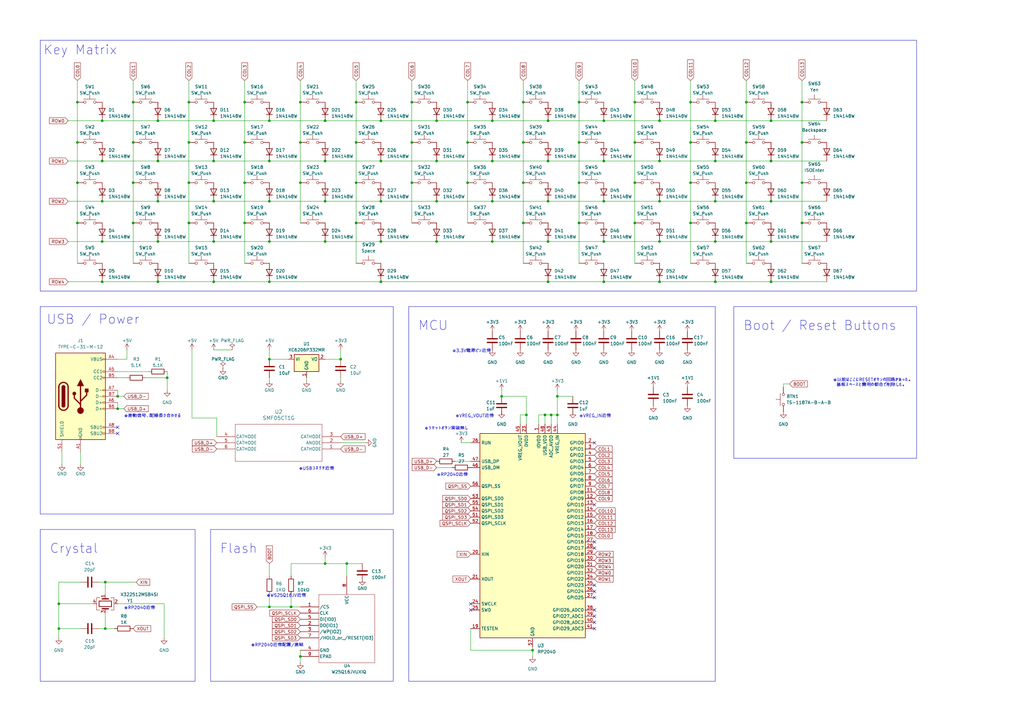
<source format=kicad_sch>
(kicad_sch (version 20231120) (generator "eeschema") (generator_version "8.0")
  (paper "A3")
  (title_block (title "YM60JIS PCB") (date "2023-11-11") (rev "v1.0") (company "@ymkn"))
  (lib_symbols
    (symbol "Connector:USB_C_Receptacle_USB2.0_16P" (pin_names (offset 1.016))
      (property "Reference" "J" (at 0 22.225 0))
      (property "Value" "USB_C_Receptacle_USB2.0_16P" (at 0 19.685 0))
      (symbol "USB_C_Receptacle_USB2.0_16P_1_1"
        (pin passive line (at 0 -22.86 90) (length 5.08) (name "GND") (number "A1"))
        (pin passive line (at 0 -22.86 90) (length 5.08) hide (name "GND") (number "A12"))
        (pin passive line (at 15.24 15.24 180) (length 5.08) (name "VBUS") (number "A4"))
        (pin bidirectional line (at 15.24 10.16 180) (length 5.08) (name "CC1") (number "A5"))
        (pin bidirectional line (at 15.24 -2.54 180) (length 5.08) (name "D+") (number "A6"))
        (pin bidirectional line (at 15.24 2.54 180) (length 5.08) (name "D-") (number "A7"))
        (pin bidirectional line (at 15.24 -12.7 180) (length 5.08) (name "SBU1") (number "A8"))
        (pin passive line (at 15.24 15.24 180) (length 5.08) hide (name "VBUS") (number "A9"))
        (pin passive line (at 0 -22.86 90) (length 5.08) hide (name "GND") (number "B1"))
        (pin passive line (at 0 -22.86 90) (length 5.08) hide (name "GND") (number "B12"))
        (pin passive line (at 15.24 15.24 180) (length 5.08) hide (name "VBUS") (number "B4"))
        (pin bidirectional line (at 15.24 7.62 180) (length 5.08) (name "CC2") (number "B5"))
        (pin bidirectional line (at 15.24 -5.08 180) (length 5.08) (name "D+") (number "B6"))
        (pin bidirectional line (at 15.24 0 180) (length 5.08) (name "D-") (number "B7"))
        (pin bidirectional line (at 15.24 -15.24 180) (length 5.08) (name "SBU2") (number "B8"))
        (pin passive line (at 15.24 15.24 180) (length 5.08) hide (name "VBUS") (number "B9"))
        (pin passive line (at -7.62 -22.86 90) (length 5.08) (name "SHIELD") (number "S1"))
      )
    )
    (symbol "Device:C" (pin_numbers hide) (pin_names (offset 0.254))
      (property "Reference" "C" (at 0.635 2.54 0))
      (property "Value" "C" (at 0.635 -2.54 0))
      (symbol "C_1_1"
        (pin passive line (at 0 3.81 270) (length 2.794) (name "~") (number "1"))
        (pin passive line (at 0 -3.81 90) (length 2.794) (name "~") (number "2"))
      )
    )
    (symbol "Device:Crystal_GND24" (pin_names (offset 1.016) hide)
      (property "Reference" "Y" (at 3.175 5.08 0))
      (property "Value" "Crystal_GND24" (at 3.175 3.175 0))
      (symbol "Crystal_GND24_1_1"
        (pin passive line (at -3.81 0 0) (length 1.27) (name "1") (number "1"))
        (pin passive line (at 0 5.08 270) (length 1.27) (name "2") (number "2"))
        (pin passive line (at 3.81 0 180) (length 1.27) (name "3") (number "3"))
        (pin passive line (at 0 -5.08 90) (length 1.27) (name "4") (number "4"))
      )
    )
    (symbol "Device:R" (pin_numbers hide) (pin_names (offset 0))
      (property "Reference" "R" (at 2.032 0 90))
      (property "Value" "R" (at 0 0 90))
      (symbol "R_1_1"
        (pin passive line (at 0 3.81 270) (length 1.27) (name "~") (number "1"))
        (pin passive line (at 0 -3.81 90) (length 1.27) (name "~") (number "2"))
      )
    )
    (symbol "Diode:1N4148W" (pin_numbers hide) (pin_names hide)
      (property "Reference" "D" (at 0 2.54 0))
      (property "Value" "1N4148W" (at 0 -2.54 0))
      (symbol "1N4148W_1_1"
        (pin passive line (at -3.81 0 0) (length 2.54) (name "K") (number "1"))
        (pin passive line (at 3.81 0 180) (length 2.54) (name "A") (number "2"))
      )
    )
    (symbol "MCU_RaspberryPi:RP2040"
      (property "Reference" "U" (at 17.78 45.72 0))
      (property "Value" "RP2040" (at 17.78 43.18 0))
      (symbol "RP2040_1_1"
        (pin power_in line (at 2.54 45.72 270) (length 3.81) (name "IOVDD") (number "1"))
        (pin passive line (at 2.54 45.72 270) (length 3.81) hide (name "IOVDD") (number "10"))
        (pin bidirectional line (at 25.4 17.78 180) (length 3.81) (name "GPIO8") (number "11"))
        (pin bidirectional line (at 25.4 15.24 180) (length 3.81) (name "GPIO9") (number "12"))
        (pin bidirectional line (at 25.4 12.7 180) (length 3.81) (name "GPIO10") (number "13"))
        (pin bidirectional line (at 25.4 10.16 180) (length 3.81) (name "GPIO11") (number "14"))
        (pin bidirectional line (at 25.4 7.62 180) (length 3.81) (name "GPIO12") (number "15"))
        (pin bidirectional line (at 25.4 5.08 180) (length 3.81) (name "GPIO13") (number "16"))
        (pin bidirectional line (at 25.4 2.54 180) (length 3.81) (name "GPIO14") (number "17"))
        (pin bidirectional line (at 25.4 0 180) (length 3.81) (name "GPIO15") (number "18"))
        (pin input line (at -25.4 -38.1 0) (length 3.81) (name "TESTEN") (number "19"))
        (pin bidirectional line (at 25.4 38.1 180) (length 3.81) (name "GPIO0") (number "2"))
        (pin input line (at -25.4 -7.62 0) (length 3.81) (name "XIN") (number "20"))
        (pin passive line (at -25.4 -17.78 0) (length 3.81) (name "XOUT") (number "21"))
        (pin passive line (at 2.54 45.72 270) (length 3.81) hide (name "IOVDD") (number "22"))
        (pin power_in line (at -2.54 45.72 270) (length 3.81) (name "DVDD") (number "23"))
        (pin input line (at -25.4 -27.94 0) (length 3.81) (name "SWCLK") (number "24"))
        (pin bidirectional line (at -25.4 -30.48 0) (length 3.81) (name "SWD") (number "25"))
        (pin input line (at -25.4 38.1 0) (length 3.81) (name "RUN") (number "26"))
        (pin bidirectional line (at 25.4 -2.54 180) (length 3.81) (name "GPIO16") (number "27"))
        (pin bidirectional line (at 25.4 -5.08 180) (length 3.81) (name "GPIO17") (number "28"))
        (pin bidirectional line (at 25.4 -7.62 180) (length 3.81) (name "GPIO18") (number "29"))
        (pin bidirectional line (at 25.4 35.56 180) (length 3.81) (name "GPIO1") (number "3"))
        (pin bidirectional line (at 25.4 -10.16 180) (length 3.81) (name "GPIO19") (number "30"))
        (pin bidirectional line (at 25.4 -12.7 180) (length 3.81) (name "GPIO20") (number "31"))
        (pin bidirectional line (at 25.4 -15.24 180) (length 3.81) (name "GPIO21") (number "32"))
        (pin passive line (at 2.54 45.72 270) (length 3.81) hide (name "IOVDD") (number "33"))
        (pin bidirectional line (at 25.4 -17.78 180) (length 3.81) (name "GPIO22") (number "34"))
        (pin bidirectional line (at 25.4 -20.32 180) (length 3.81) (name "GPIO23") (number "35"))
        (pin bidirectional line (at 25.4 -22.86 180) (length 3.81) (name "GPIO24") (number "36"))
        (pin bidirectional line (at 25.4 -25.4 180) (length 3.81) (name "GPIO25") (number "37"))
        (pin bidirectional line (at 25.4 -30.48 180) (length 3.81) (name "GPIO26_ADC0") (number "38"))
        (pin bidirectional line (at 25.4 -33.02 180) (length 3.81) (name "GPIO27_ADC1") (number "39"))
        (pin bidirectional line (at 25.4 33.02 180) (length 3.81) (name "GPIO2") (number "4"))
        (pin bidirectional line (at 25.4 -35.56 180) (length 3.81) (name "GPIO28_ADC2") (number "40"))
        (pin bidirectional line (at 25.4 -38.1 180) (length 3.81) (name "GPIO29_ADC3") (number "41"))
        (pin passive line (at 2.54 45.72 270) (length 3.81) hide (name "IOVDD") (number "42"))
        (pin power_in line (at 7.62 45.72 270) (length 3.81) (name "ADC_AVDD") (number "43"))
        (pin power_in line (at 10.16 45.72 270) (length 3.81) (name "VREG_IN") (number "44"))
        (pin power_out line (at -5.08 45.72 270) (length 3.81) (name "VREG_VOUT") (number "45"))
        (pin bidirectional line (at -25.4 27.94 0) (length 3.81) (name "USB_DM") (number "46"))
        (pin bidirectional line (at -25.4 30.48 0) (length 3.81) (name "USB_DP") (number "47"))
        (pin power_in line (at 5.08 45.72 270) (length 3.81) (name "USB_VDD") (number "48"))
        (pin passive line (at 2.54 45.72 270) (length 3.81) hide (name "IOVDD") (number "49"))
        (pin bidirectional line (at 25.4 30.48 180) (length 3.81) (name "GPIO3") (number "5"))
        (pin passive line (at -2.54 45.72 270) (length 3.81) hide (name "DVDD") (number "50"))
        (pin bidirectional line (at -25.4 7.62 0) (length 3.81) (name "QSPI_SD3") (number "51"))
        (pin output line (at -25.4 5.08 0) (length 3.81) (name "QSPI_SCLK") (number "52"))
        (pin bidirectional line (at -25.4 15.24 0) (length 3.81) (name "QSPI_SD0") (number "53"))
        (pin bidirectional line (at -25.4 10.16 0) (length 3.81) (name "QSPI_SD2") (number "54"))
        (pin bidirectional line (at -25.4 12.7 0) (length 3.81) (name "QSPI_SD1") (number "55"))
        (pin bidirectional line (at -25.4 20.32 0) (length 3.81) (name "QSPI_SS") (number "56"))
        (pin power_in line (at 0 -45.72 90) (length 3.81) (name "GND") (number "57"))
        (pin bidirectional line (at 25.4 27.94 180) (length 3.81) (name "GPIO4") (number "6"))
        (pin bidirectional line (at 25.4 25.4 180) (length 3.81) (name "GPIO5") (number "7"))
        (pin bidirectional line (at 25.4 22.86 180) (length 3.81) (name "GPIO6") (number "8"))
        (pin bidirectional line (at 25.4 20.32 180) (length 3.81) (name "GPIO7") (number "9"))
      )
    )
    (symbol "Regulator_Linear:AMS1117-3.3"
      (property "Reference" "U" (at -3.81 3.175 0))
      (property "Value" "AMS1117-3.3" (at 0 3.175 0))
      (symbol "AMS1117-3.3_1_1"
        (pin power_in line (at 0 -7.62 90) (length 2.54) (name "GND") (number "1"))
        (pin power_out line (at 7.62 0 180) (length 2.54) (name "VO") (number "2"))
        (pin power_in line (at -7.62 0 0) (length 2.54) (name "VI") (number "3"))
      )
    )
    (symbol "SMF05CT1G:SMF05CT1G" (pin_names (offset 0.254))
      (property "Reference" "U" (at 25.4 10.16 0))
      (property "Value" "SMF05CT1G" (at 25.4 7.62 0))
      (symbol "SMF05CT1G_0_1"
        (pin unspecified line (at 0 0 0) (length 7.62) (name "CATHODE") (number "1"))
        (pin unspecified line (at 0 -2.54 0) (length 7.62) (name "ANODE") (number "2"))
        (pin unspecified line (at 0 -5.08 0) (length 7.62) (name "CATHODE") (number "3"))
        (pin unspecified line (at 50.8 -5.08 180) (length 7.62) (name "CATHODE") (number "4"))
        (pin unspecified line (at 50.8 -2.54 180) (length 7.62) (name "CATHODE") (number "5"))
        (pin unspecified line (at 50.8 0 180) (length 7.62) (name "CATHODE") (number "6"))
      )
    )
    (symbol "Switch:SW_Push" (pin_numbers hide) (pin_names (offset 1.016) hide)
      (property "Reference" "SW" (at 1.27 2.54 0))
      (property "Value" "SW_Push" (at 0 -1.524 0))
      (symbol "SW_Push_0_1"
        (pin passive line (at -5.08 0 0) (length 2.54) (name "1") (number "1"))
        (pin passive line (at 5.08 0 180) (length 2.54) (name "2") (number "2"))
      )
    )
    (symbol "W25Q16JVUXIQ:W25Q16JVUXIQ" (pin_names (offset 0.254))
      (property "Reference" "U4" (at 12.7 1.27 0))
      (property "Value" "W25Q16JVSSIQ" (at 12.7 -1.27 0))
      (symbol "W25Q16JVUXIQ_0_1"
        (pin unspecified line (at -19.05 8.89 0) (length 7.62) (name "/CS") (number "1"))
        (pin unspecified line (at -19.05 1.27 0) (length 7.62) (name "DO(IO1)") (number "2"))
        (pin unspecified line (at -19.05 -1.27 0) (length 7.62) (name "/WP(IO2)") (number "3"))
        (pin unspecified line (at -19.05 -8.89 0) (length 7.62) (name "GND") (number "4"))
        (pin unspecified line (at -19.05 3.81 0) (length 7.62) (name "DI(IO0)") (number "5"))
        (pin unspecified line (at -19.05 6.35 0) (length 7.62) (name "CLK") (number "6"))
        (pin unspecified line (at -19.05 -3.81 0) (length 7.62) (name "/HOLD_or_/RESET(IO3)") (number "7"))
        (pin unspecified line (at 0 21.59 270) (length 7.62) (name "VCC") (number "8"))
        (pin unspecified line (at -19.05 -11.43 0) (length 7.62) (name "EPAD") (number "9"))
      )
    )
    (symbol "power:+1V1" (power) (pin_names (offset 0))
      (property "Value" "+1V1" (at 0 3.556 0))
      (symbol "+1V1_1_1"
        (pin power_in line (at 0 0 90) (length 0) hide (name "+1V1") (number "1"))
      )
    )
    (symbol "power:+3V3" (power) (pin_names (offset 0))
      (property "Value" "+3V3" (at 0 3.556 0))
      (symbol "+3V3_1_1"
        (pin power_in line (at 0 0 90) (length 0) hide (name "+3V3") (number "1"))
      )
    )
    (symbol "power:+5V" (power) (pin_names (offset 0))
      (property "Value" "+5V" (at 0 3.556 0))
      (symbol "+5V_1_1"
        (pin power_in line (at 0 0 90) (length 0) hide (name "+5V") (number "1"))
      )
    )
    (symbol "power:GND" (power) (pin_names (offset 0))
      (property "Value" "GND" (at 0 -3.81 0))
      (symbol "GND_1_1"
        (pin power_in line (at 0 0 270) (length 0) hide (name "GND") (number "1"))
      )
    )
    (symbol "power:PWR_FLAG" (power) (pin_numbers hide) (pin_names (offset 0) hide)
      (property "Value" "PWR_FLAG" (at 0 3.81 0))
      (symbol "PWR_FLAG_0_0"
        (pin power_out line (at 0 0 90) (length 0) (name "pwr") (number "1"))
      )
    )
  )
  (junction (at 201.93 49.53))
  (junction (at 41.91 49.53))
  (junction (at 306.07 74.93))
  (junction (at 156.21 115.57))
  (junction (at 77.47 41.91))
  (junction (at 224.79 49.53))
  (junction (at 41.91 99.06))
  (junction (at 237.49 58.42))
  (junction (at 247.65 66.04))
  (junction (at 237.49 74.93))
  (junction (at 168.91 58.42))
  (junction (at 316.23 82.55))
  (junction (at 68.58 154.94))
  (junction (at 228.6 170.18))
  (junction (at 283.21 58.42))
  (junction (at 316.23 99.06))
  (junction (at 48.26 167.64))
  (junction (at 87.63 49.53))
  (junction (at 48.26 162.56))
  (junction (at 224.79 99.06))
  (junction (at 31.75 74.93))
  (junction (at 223.52 170.18))
  (junction (at 179.07 66.04))
  (junction (at 224.79 82.55))
  (junction (at 31.75 91.44))
  (junction (at 77.47 74.93))
  (junction (at 191.77 58.42))
  (junction (at 119.38 248.92))
  (junction (at 215.9 170.18))
  (junction (at 270.51 49.53))
  (junction (at 328.93 91.44))
  (junction (at 247.65 49.53))
  (junction (at 214.63 58.42))
  (junction (at 24.13 247.65))
  (junction (at 133.35 231.14))
  (junction (at 270.51 82.55))
  (junction (at 201.93 82.55))
  (junction (at 110.49 99.06))
  (junction (at 270.51 115.57))
  (junction (at 260.35 58.42))
  (junction (at 156.21 82.55))
  (junction (at 270.51 66.04))
  (junction (at 168.91 74.93))
  (junction (at 156.21 99.06))
  (junction (at 156.21 49.53))
  (junction (at 283.21 41.91))
  (junction (at 237.49 41.91))
  (junction (at 179.07 99.06))
  (junction (at 316.23 49.53))
  (junction (at 64.77 115.57))
  (junction (at 283.21 74.93))
  (junction (at 260.35 74.93))
  (junction (at 87.63 66.04))
  (junction (at 87.63 115.57))
  (junction (at 201.93 66.04))
  (junction (at 54.61 91.44))
  (junction (at 110.49 66.04))
  (junction (at 41.91 82.55))
  (junction (at 201.93 99.06))
  (junction (at 41.91 115.57))
  (junction (at 123.19 41.91))
  (junction (at 316.23 66.04))
  (junction (at 110.49 147.32))
  (junction (at 100.33 74.93))
  (junction (at 87.63 82.55))
  (junction (at 146.05 41.91))
  (junction (at 328.93 41.91))
  (junction (at 260.35 41.91))
  (junction (at 191.77 41.91))
  (junction (at 77.47 58.42))
  (junction (at 247.65 115.57))
  (junction (at 123.19 74.93))
  (junction (at 146.05 74.93))
  (junction (at 139.7 147.32))
  (junction (at 293.37 82.55))
  (junction (at 328.93 58.42))
  (junction (at 179.07 82.55))
  (junction (at 31.75 58.42))
  (junction (at 293.37 66.04))
  (junction (at 247.65 99.06))
  (junction (at 133.35 99.06))
  (junction (at 64.77 66.04))
  (junction (at 64.77 99.06))
  (junction (at 142.24 231.14))
  (junction (at 316.23 115.57))
  (junction (at 24.13 257.81))
  (junction (at 64.77 82.55))
  (junction (at 214.63 41.91))
  (junction (at 306.07 41.91))
  (junction (at 228.6 162.56))
  (junction (at 179.07 49.53))
  (junction (at 41.91 66.04))
  (junction (at 77.47 91.44))
  (junction (at 100.33 91.44))
  (junction (at 168.91 41.91))
  (junction (at 306.07 91.44))
  (junction (at 110.49 49.53))
  (junction (at 293.37 49.53))
  (junction (at 100.33 58.42))
  (junction (at 43.18 257.81))
  (junction (at 328.93 74.93))
  (junction (at 87.63 99.06))
  (junction (at 110.49 115.57))
  (junction (at 226.06 170.18))
  (junction (at 43.18 238.76))
  (junction (at 54.61 41.91))
  (junction (at 247.65 82.55))
  (junction (at 214.63 74.93))
  (junction (at 270.51 99.06))
  (junction (at 54.61 74.93))
  (junction (at 283.21 91.44))
  (junction (at 64.77 49.53))
  (junction (at 133.35 66.04))
  (junction (at 237.49 91.44))
  (junction (at 306.07 58.42))
  (junction (at 133.35 49.53))
  (junction (at 146.05 58.42))
  (junction (at 293.37 115.57))
  (junction (at 31.75 41.91))
  (junction (at 205.74 162.56))
  (junction (at 224.79 66.04))
  (junction (at 156.21 66.04))
  (junction (at 214.63 91.44))
  (junction (at 260.35 91.44))
  (junction (at 146.05 91.44))
  (junction (at 218.44 266.7))
  (junction (at 100.33 41.91))
  (junction (at 224.79 115.57))
  (junction (at 293.37 99.06))
  (junction (at 133.35 82.55))
  (junction (at 54.61 58.42))
  (junction (at 110.49 82.55))
  (junction (at 123.19 269.24))
  (junction (at 110.49 248.92))
  (junction (at 191.77 74.93))
  (junction (at 123.19 58.42))
  (no_connect (at 243.84 245.11))
  (no_connect (at 243.84 240.03))
  (no_connect (at 48.26 177.8))
  (no_connect (at 243.84 252.73))
  (no_connect (at 48.26 175.26))
  (no_connect (at 193.04 250.19))
  (no_connect (at 193.04 247.65))
  (no_connect (at 243.84 207.01))
  (no_connect (at 243.84 255.27))
  (no_connect (at 243.84 257.81))
  (no_connect (at 243.84 242.57))
  (no_connect (at 243.84 250.19))
  (no_connect (at 243.84 181.61))
  (no_connect (at 243.84 222.25))
  (no_connect (at 243.84 224.79))
  (wire (pts (xy 31.75 91.44) (xy 31.75 107.95)))
  (wire (pts (xy 146.05 91.44) (xy 146.05 107.95)))
  (wire (pts (xy 48.26 160.02) (xy 48.26 162.56)))
  (wire (pts (xy 226.06 170.18) (xy 226.06 173.99)))
  (wire (pts (xy 27.94 82.55) (xy 41.91 82.55)))
  (wire (pts (xy 110.49 147.32) (xy 110.49 143.51)))
  (wire (pts (xy 293.37 49.53) (xy 316.23 49.53)))
  (wire (pts (xy 223.52 170.18) (xy 223.52 173.99)))
  (wire (pts (xy 87.63 99.06) (xy 110.49 99.06)))
  (wire (pts (xy 193.04 266.7) (xy 218.44 266.7)))
  (wire (pts (xy 293.37 66.04) (xy 316.23 66.04)))
  (wire (pts (xy 100.33 91.44) (xy 100.33 107.95)))
  (wire (pts (xy 283.21 58.42) (xy 283.21 74.93)))
  (wire (pts (xy 54.61 33.02) (xy 54.61 41.91)))
  (wire (pts (xy 123.19 41.91) (xy 123.19 58.42)))
  (wire (pts (xy 100.33 41.91) (xy 100.33 58.42)))
  (wire (pts (xy 139.7 143.51) (xy 139.7 147.32)))
  (wire (pts (xy 179.07 191.77) (xy 185.42 191.77)))
  (wire (pts (xy 306.07 91.44) (xy 306.07 107.95)))
  (wire (pts (xy 59.69 154.94) (xy 68.58 154.94)))
  (wire (pts (xy 306.07 58.42) (xy 306.07 74.93)))
  (wire (pts (xy 306.07 74.93) (xy 306.07 91.44)))
  (wire (pts (xy 78.74 171.45) (xy 88.9 171.45)))
  (wire (pts (xy 31.75 33.02) (xy 31.75 41.91)))
  (wire (pts (xy 179.07 99.06) (xy 201.93 99.06)))
  (wire (pts (xy 214.63 33.02) (xy 214.63 41.91)))
  (wire (pts (xy 213.36 170.18) (xy 215.9 170.18)))
  (wire (pts (xy 224.79 82.55) (xy 247.65 82.55)))
  (wire (pts (xy 123.19 266.7) (xy 123.19 269.24)))
  (wire (pts (xy 33.02 185.42) (xy 33.02 190.5)))
  (wire (pts (xy 119.38 248.92) (xy 123.19 248.92)))
  (wire (pts (xy 77.47 58.42) (xy 77.47 74.93)))
  (wire (pts (xy 237.49 91.44) (xy 237.49 107.95)))
  (wire (pts (xy 41.91 99.06) (xy 64.77 99.06)))
  (wire (pts (xy 321.31 157.48) (xy 321.31 158.75)))
  (wire (pts (xy 24.13 257.81) (xy 33.02 257.81)))
  (wire (pts (xy 54.61 58.42) (xy 54.61 74.93)))
  (wire (pts (xy 237.49 33.02) (xy 237.49 41.91)))
  (wire (pts (xy 142.24 231.14) (xy 148.59 231.14)))
  (wire (pts (xy 133.35 231.14) (xy 119.38 231.14)))
  (wire (pts (xy 52.07 143.51) (xy 52.07 147.32)))
  (wire (pts (xy 283.21 41.91) (xy 283.21 58.42)))
  (wire (pts (xy 228.6 162.56) (xy 228.6 160.02)))
  (wire (pts (xy 43.18 257.81) (xy 46.99 257.81)))
  (wire (pts (xy 48.26 152.4) (xy 60.96 152.4)))
  (wire (pts (xy 316.23 99.06) (xy 339.09 99.06)))
  (wire (pts (xy 316.23 115.57) (xy 339.09 115.57)))
  (wire (pts (xy 77.47 33.02) (xy 77.47 41.91)))
  (wire (pts (xy 87.63 82.55) (xy 110.49 82.55)))
  (wire (pts (xy 191.77 58.42) (xy 191.77 74.93)))
  (wire (pts (xy 224.79 49.53) (xy 247.65 49.53)))
  (wire (pts (xy 293.37 82.55) (xy 316.23 82.55)))
  (wire (pts (xy 52.07 147.32) (xy 48.26 147.32)))
  (wire (pts (xy 214.63 91.44) (xy 214.63 107.95)))
  (wire (pts (xy 214.63 41.91) (xy 214.63 58.42)))
  (wire (pts (xy 105.41 248.92) (xy 110.49 248.92)))
  (wire (pts (xy 68.58 152.4) (xy 68.58 154.94)))
  (wire (pts (xy 213.36 173.99) (xy 213.36 170.18)))
  (wire (pts (xy 119.38 243.84) (xy 119.38 248.92)))
  (wire (pts (xy 201.93 82.55) (xy 224.79 82.55)))
  (wire (pts (xy 88.9 171.45) (xy 88.9 179.07)))
  (wire (pts (xy 228.6 170.18) (xy 228.6 173.99)))
  (wire (pts (xy 293.37 115.57) (xy 316.23 115.57)))
  (wire (pts (xy 87.63 66.04) (xy 110.49 66.04)))
  (wire (pts (xy 156.21 82.55) (xy 179.07 82.55)))
  (wire (pts (xy 133.35 147.32) (xy 139.7 147.32)))
  (wire (pts (xy 110.49 49.53) (xy 133.35 49.53)))
  (wire (pts (xy 214.63 74.93) (xy 214.63 91.44)))
  (wire (pts (xy 179.07 66.04) (xy 201.93 66.04)))
  (wire (pts (xy 24.13 238.76) (xy 24.13 247.65)))
  (wire (pts (xy 133.35 231.14) (xy 133.35 228.6)))
  (wire (pts (xy 328.93 74.93) (xy 328.93 91.44)))
  (wire (pts (xy 328.93 58.42) (xy 328.93 74.93)))
  (wire (pts (xy 283.21 74.93) (xy 283.21 91.44)))
  (wire (pts (xy 54.61 74.93) (xy 54.61 91.44)))
  (wire (pts (xy 237.49 74.93) (xy 237.49 91.44)))
  (wire (pts (xy 119.38 231.14) (xy 119.38 236.22)))
  (wire (pts (xy 224.79 66.04) (xy 247.65 66.04)))
  (wire (pts (xy 168.91 58.42) (xy 168.91 74.93)))
  (wire (pts (xy 328.93 33.02) (xy 328.93 41.91)))
  (wire (pts (xy 168.91 41.91) (xy 168.91 58.42)))
  (wire (pts (xy 41.91 82.55) (xy 64.77 82.55)))
  (wire (pts (xy 306.07 41.91) (xy 306.07 58.42)))
  (wire (pts (xy 247.65 115.57) (xy 270.51 115.57)))
  (wire (pts (xy 189.23 181.61) (xy 193.04 181.61)))
  (wire (pts (xy 100.33 58.42) (xy 100.33 74.93)))
  (wire (pts (xy 260.35 74.93) (xy 260.35 91.44)))
  (wire (pts (xy 283.21 33.02) (xy 283.21 41.91)))
  (wire (pts (xy 260.35 91.44) (xy 260.35 107.95)))
  (wire (pts (xy 123.19 74.93) (xy 123.19 91.44)))
  (wire (pts (xy 146.05 74.93) (xy 146.05 91.44)))
  (wire (pts (xy 146.05 58.42) (xy 146.05 74.93)))
  (wire (pts (xy 270.51 66.04) (xy 293.37 66.04)))
  (wire (pts (xy 110.49 248.92) (xy 119.38 248.92)))
  (wire (pts (xy 133.35 99.06) (xy 156.21 99.06)))
  (wire (pts (xy 110.49 231.14) (xy 110.49 236.22)))
  (wire (pts (xy 123.19 58.42) (xy 123.19 74.93)))
  (wire (pts (xy 43.18 238.76) (xy 43.18 243.84)))
  (wire (pts (xy 168.91 33.02) (xy 168.91 41.91)))
  (wire (pts (xy 43.18 238.76) (xy 55.88 238.76)))
  (wire (pts (xy 142.24 231.14) (xy 133.35 231.14)))
  (wire (pts (xy 228.6 170.18) (xy 226.06 170.18)))
  (wire (pts (xy 133.35 49.53) (xy 156.21 49.53)))
  (wire (pts (xy 149.86 181.61) (xy 139.7 181.61)))
  (wire (pts (xy 110.49 115.57) (xy 156.21 115.57)))
  (wire (pts (xy 27.94 115.57) (xy 41.91 115.57)))
  (wire (pts (xy 223.52 170.18) (xy 220.98 170.18)))
  (wire (pts (xy 201.93 99.06) (xy 224.79 99.06)))
  (wire (pts (xy 87.63 115.57) (xy 110.49 115.57)))
  (wire (pts (xy 48.26 154.94) (xy 52.07 154.94)))
  (wire (pts (xy 191.77 41.91) (xy 191.77 58.42)))
  (wire (pts (xy 218.44 269.24) (xy 218.44 266.7)))
  (wire (pts (xy 228.6 162.56) (xy 228.6 170.18)))
  (wire (pts (xy 186.69 189.23) (xy 193.04 189.23)))
  (wire (pts (xy 148.59 237.49) (xy 148.59 238.76)))
  (wire (pts (xy 48.26 247.65) (xy 67.31 247.65)))
  (wire (pts (xy 234.95 162.56) (xy 228.6 162.56)))
  (wire (pts (xy 237.49 58.42) (xy 237.49 74.93)))
  (wire (pts (xy 77.47 41.91) (xy 77.47 58.42)))
  (wire (pts (xy 237.49 41.91) (xy 237.49 58.42)))
  (wire (pts (xy 110.49 82.55) (xy 133.35 82.55)))
  (wire (pts (xy 78.74 143.51) (xy 78.74 171.45)))
  (wire (pts (xy 27.94 49.53) (xy 41.91 49.53)))
  (wire (pts (xy 123.19 271.78) (xy 123.19 269.24)))
  (wire (pts (xy 218.44 266.7) (xy 218.44 265.43)))
  (wire (pts (xy 125.73 156.21) (xy 125.73 154.94)))
  (wire (pts (xy 77.47 91.44) (xy 77.47 107.95)))
  (wire (pts (xy 54.61 91.44) (xy 54.61 107.95)))
  (wire (pts (xy 328.93 91.44) (xy 328.93 107.95)))
  (wire (pts (xy 179.07 82.55) (xy 201.93 82.55)))
  (wire (pts (xy 110.49 243.84) (xy 110.49 248.92)))
  (wire (pts (xy 25.4 185.42) (xy 25.4 190.5)))
  (wire (pts (xy 41.91 49.53) (xy 64.77 49.53)))
  (wire (pts (xy 41.91 115.57) (xy 64.77 115.57)))
  (wire (pts (xy 110.49 66.04) (xy 133.35 66.04)))
  (wire (pts (xy 260.35 41.91) (xy 260.35 58.42)))
  (wire (pts (xy 205.74 160.02) (xy 205.74 162.56)))
  (wire (pts (xy 24.13 261.62) (xy 24.13 257.81)))
  (wire (pts (xy 139.7 156.21) (xy 139.7 154.94)))
  (wire (pts (xy 40.64 257.81) (xy 43.18 257.81)))
  (wire (pts (xy 270.51 82.55) (xy 293.37 82.55)))
  (wire (pts (xy 270.51 99.06) (xy 293.37 99.06)))
  (wire (pts (xy 193.04 257.81) (xy 193.04 266.7)))
  (wire (pts (xy 40.64 238.76) (xy 43.18 238.76)))
  (wire (pts (xy 31.75 74.93) (xy 31.75 91.44)))
  (wire (pts (xy 110.49 99.06) (xy 133.35 99.06)))
  (wire (pts (xy 205.74 168.91) (xy 205.74 170.18)))
  (wire (pts (xy 123.19 33.02) (xy 123.19 41.91)))
  (wire (pts (xy 220.98 170.18) (xy 220.98 173.99)))
  (wire (pts (xy 270.51 115.57) (xy 293.37 115.57)))
  (wire (pts (xy 31.75 41.91) (xy 31.75 58.42)))
  (wire (pts (xy 214.63 58.42) (xy 214.63 74.93)))
  (wire (pts (xy 247.65 49.53) (xy 270.51 49.53)))
  (wire (pts (xy 133.35 82.55) (xy 156.21 82.55)))
  (wire (pts (xy 270.51 49.53) (xy 293.37 49.53)))
  (wire (pts (xy 168.91 74.93) (xy 168.91 91.44)))
  (wire (pts (xy 179.07 49.53) (xy 201.93 49.53)))
  (wire (pts (xy 110.49 154.94) (xy 110.49 156.21)))
  (wire (pts (xy 146.05 33.02) (xy 146.05 41.91)))
  (wire (pts (xy 48.26 167.64) (xy 50.8 167.64)))
  (wire (pts (xy 316.23 66.04) (xy 339.09 66.04)))
  (wire (pts (xy 156.21 115.57) (xy 224.79 115.57)))
  (wire (pts (xy 260.35 58.42) (xy 260.35 74.93)))
  (wire (pts (xy 316.23 82.55) (xy 339.09 82.55)))
  (wire (pts (xy 100.33 33.02) (xy 100.33 41.91)))
  (wire (pts (xy 316.23 49.53) (xy 339.09 49.53)))
  (wire (pts (xy 43.18 251.46) (xy 43.18 257.81)))
  (wire (pts (xy 293.37 99.06) (xy 316.23 99.06)))
  (wire (pts (xy 64.77 82.55) (xy 87.63 82.55)))
  (wire (pts (xy 201.93 66.04) (xy 224.79 66.04)))
  (wire (pts (xy 226.06 170.18) (xy 223.52 170.18)))
  (wire (pts (xy 191.77 74.93) (xy 191.77 91.44)))
  (wire (pts (xy 201.93 49.53) (xy 224.79 49.53)))
  (wire (pts (xy 142.24 231.14) (xy 142.24 236.22)))
  (wire (pts (xy 321.31 157.48) (xy 323.85 157.48)))
  (wire (pts (xy 247.65 66.04) (xy 270.51 66.04)))
  (wire (pts (xy 215.9 173.99) (xy 215.9 170.18)))
  (wire (pts (xy 205.74 162.56) (xy 215.9 162.56)))
  (wire (pts (xy 48.26 165.1) (xy 48.26 167.64)))
  (wire (pts (xy 87.63 49.53) (xy 110.49 49.53)))
  (wire (pts (xy 247.65 82.55) (xy 270.51 82.55)))
  (wire (pts (xy 87.63 143.51) (xy 95.25 143.51)))
  (wire (pts (xy 133.35 66.04) (xy 156.21 66.04)))
  (wire (pts (xy 224.79 99.06) (xy 247.65 99.06)))
  (wire (pts (xy 64.77 66.04) (xy 87.63 66.04)))
  (wire (pts (xy 27.94 99.06) (xy 41.91 99.06)))
  (wire (pts (xy 100.33 74.93) (xy 100.33 91.44)))
  (wire (pts (xy 24.13 247.65) (xy 24.13 257.81)))
  (wire (pts (xy 87.63 115.57) (xy 64.77 115.57)))
  (wire (pts (xy 156.21 49.53) (xy 179.07 49.53)))
  (wire (pts (xy 33.02 238.76) (xy 24.13 238.76)))
  (wire (pts (xy 77.47 74.93) (xy 77.47 91.44)))
  (wire (pts (xy 68.58 154.94) (xy 68.58 160.02)))
  (wire (pts (xy 191.77 33.02) (xy 191.77 41.91)))
  (wire (pts (xy 48.26 162.56) (xy 50.8 162.56)))
  (wire (pts (xy 234.95 168.91) (xy 234.95 170.18)))
  (wire (pts (xy 306.07 33.02) (xy 306.07 41.91)))
  (wire (pts (xy 54.61 41.91) (xy 54.61 58.42)))
  (wire (pts (xy 247.65 99.06) (xy 270.51 99.06)))
  (wire (pts (xy 64.77 99.06) (xy 87.63 99.06)))
  (wire (pts (xy 31.75 58.42) (xy 31.75 74.93)))
  (wire (pts (xy 67.31 247.65) (xy 67.31 261.62)))
  (wire (pts (xy 41.91 66.04) (xy 64.77 66.04)))
  (wire (pts (xy 64.77 49.53) (xy 87.63 49.53)))
  (wire (pts (xy 156.21 66.04) (xy 179.07 66.04)))
  (wire (pts (xy 24.13 247.65) (xy 38.1 247.65)))
  (wire (pts (xy 215.9 170.18) (xy 215.9 162.56)))
  (wire (pts (xy 156.21 99.06) (xy 179.07 99.06)))
  (wire (pts (xy 27.94 66.04) (xy 41.91 66.04)))
  (wire (pts (xy 146.05 41.91) (xy 146.05 58.42)))
  (wire (pts (xy 328.93 41.91) (xy 328.93 58.42)))
  (wire (pts (xy 110.49 147.32) (xy 118.11 147.32)))
  (wire (pts (xy 283.21 91.44) (xy 283.21 107.95)))
  (wire (pts (xy 224.79 115.57) (xy 247.65 115.57)))
  (wire (pts (xy 260.35 33.02) (xy 260.35 41.91)))
  (rectangle (start 300.99 125.73) (end 375.92 187.96))
  (rectangle (start 16.51 16.51) (end 375.92 119.38))
  (rectangle (start 86.36 217.17) (end 161.29 279.4))
  (rectangle (start 167.64 125.73) (end 293.37 279.4))
  (rectangle (start 16.51 217.17) (end 80.01 279.4))
  (rectangle (start 16.51 125.73) (end 161.29 210.82))
  (text "※RP2040近傍" (at 179.07 195.58 0) (effects (font (size 1.27 1.27)) (justify left bottom)))
  (text "Flash" (at 90.17 227.33 0) (effects (font (size 3.81 3.81)) (justify left bottom)))
  (text "Key Matrix" (at 17.78 22.86 0) (effects (font (size 3.81 3.81)) (justify left bottom)))
  (text "※リセットボタン実装無し" (at 173.99 176.53 0) (effects (font (size 1.27 1.27)) (justify left bottom)))
  (text "USB / Power" (at 19.05 133.35 0) (effects (font (size 3.81 3.81)) (justify left bottom)))
  (text "※WS25Q16JV近傍" (at 109.22 245.11 0) (effects (font (size 1.27 1.27)) (justify left bottom)))
  (text "※RP2040近傍" (at 50.8 250.19 0) (effects (font (size 1.27 1.27)) (justify left bottom)))
  (text "※USBコネクタ近傍" (at 137.16 193.04 0) (effects (font (size 1.27 1.27)) (justify right bottom)))
  (text "※差動信号、配線長さ合わせる" (at 50.8 171.45 0) (effects (font (size 1.27 1.27)) (justify left bottom)))
  (text "※VREG_IN近傍" (at 237.49 171.45 0) (effects (font (size 1.27 1.27)) (justify left bottom)))
  (text "Boot / Reset Buttons" (at 304.8 135.89 0) (effects (font (size 3.81 3.81)) (justify left bottom)))
  (text "MCU" (at 171.45 135.89 0) (effects (font (size 3.81 3.81)) (justify left bottom)))
  (text "※3.3V電源ピン近傍" (at 185.42 144.78 0) (effects (font (size 1.27 1.27)) (justify left bottom)))
  (text "※RP2040近傍配置/直結" (at 102.87 265.43 0) (effects (font (size 1.27 1.27)) (justify left bottom)))
  (text "※VREG_VOUT近傍" (at 186.69 171.45 0) (effects (font (size 1.27 1.27)) (justify left bottom)))
  (text "Crystal" (at 20.32 227.33 0) (effects (font (size 3.81 3.81)) (justify left bottom)))
  (text "※以前はここにRESETボタンの回路があった。\n　基板スペースと費用の都合で削除した。" (at 341.63 158.75 0) (effects (font (size 1.27 1.27)) (justify left bottom)))
  (global_label "QSPI_SD0" (shape input) (at 123.19 254 180) (property "Intersheetrefs" "${INTERSHEET_REFS}" (effects (hide yes))))
  (global_label "COL7" (shape input) (at 243.84 199.39 0) (property "Intersheetrefs" "${INTERSHEET_REFS}" (effects (hide yes))))
  (global_label "COL13" (shape input) (at 243.84 217.17 0) (property "Intersheetrefs" "${INTERSHEET_REFS}" (effects (hide yes))))
  (global_label "COL6" (shape input) (at 243.84 196.85 0) (property "Intersheetrefs" "${INTERSHEET_REFS}" (effects (hide yes))))
  (global_label "QSPI_SD2" (shape input) (at 123.19 259.08 180) (property "Intersheetrefs" "${INTERSHEET_REFS}" (effects (hide yes))))
  (global_label "COL10" (shape input) (at 243.84 209.55 0) (property "Intersheetrefs" "${INTERSHEET_REFS}" (effects (hide yes))))
  (global_label "COL6" (shape input) (at 168.91 33.02 90) (property "Intersheetrefs" "${INTERSHEET_REFS}" (effects (hide yes))))
  (global_label "COL3" (shape input) (at 100.33 33.02 90) (property "Intersheetrefs" "${INTERSHEET_REFS}" (effects (hide yes))))
  (global_label "COL1" (shape input) (at 243.84 184.15 0) (property "Intersheetrefs" "${INTERSHEET_REFS}" (effects (hide yes))))
  (global_label "QSPI_SCLK" (shape input) (at 193.04 214.63 180) (property "Intersheetrefs" "${INTERSHEET_REFS}" (effects (hide yes))))
  (global_label "ROW1" (shape input) (at 243.84 237.49 0) (property "Intersheetrefs" "${INTERSHEET_REFS}" (effects (hide yes))))
  (global_label "QSPI_SD1" (shape input) (at 193.04 207.01 180) (property "Intersheetrefs" "${INTERSHEET_REFS}" (effects (hide yes))))
  (global_label "COL5" (shape input) (at 243.84 194.31 0) (property "Intersheetrefs" "${INTERSHEET_REFS}" (effects (hide yes))))
  (global_label "COL3" (shape input) (at 243.84 189.23 0) (property "Intersheetrefs" "${INTERSHEET_REFS}" (effects (hide yes))))
  (global_label "USB_D-" (shape input) (at 88.9 184.15 180) (property "Intersheetrefs" "${INTERSHEET_REFS}" (effects (hide yes))))
  (global_label "COL7" (shape input) (at 191.77 33.02 90) (property "Intersheetrefs" "${INTERSHEET_REFS}" (effects (hide yes))))
  (global_label "COL9" (shape input) (at 243.84 204.47 0) (property "Intersheetrefs" "${INTERSHEET_REFS}" (effects (hide yes))))
  (global_label "QSPI_SD3" (shape input) (at 123.19 261.62 180) (property "Intersheetrefs" "${INTERSHEET_REFS}" (effects (hide yes))))
  (global_label "COL11" (shape input) (at 283.21 33.02 90) (property "Intersheetrefs" "${INTERSHEET_REFS}" (effects (hide yes))))
  (global_label "USB_D+" (shape input) (at 139.7 179.07 0) (property "Intersheetrefs" "${INTERSHEET_REFS}" (effects (hide yes))))
  (global_label "COL8" (shape input) (at 214.63 33.02 90) (property "Intersheetrefs" "${INTERSHEET_REFS}" (effects (hide yes))))
  (global_label "XOUT" (shape input) (at 193.04 237.49 180) (property "Intersheetrefs" "${INTERSHEET_REFS}" (effects (hide yes))))
  (global_label "QSPI_SD0" (shape input) (at 193.04 204.47 180) (property "Intersheetrefs" "${INTERSHEET_REFS}" (effects (hide yes))))
  (global_label "COL2" (shape input) (at 77.47 33.02 90) (property "Intersheetrefs" "${INTERSHEET_REFS}" (effects (hide yes))))
  (global_label "QSPI_SD3" (shape input) (at 193.04 212.09 180) (property "Intersheetrefs" "${INTERSHEET_REFS}" (effects (hide yes))))
  (global_label "USB_D+" (shape input) (at 50.8 167.64 0) (property "Intersheetrefs" "${INTERSHEET_REFS}" (effects (hide yes))))
  (global_label "QSPI_SD1" (shape input) (at 123.19 256.54 180) (property "Intersheetrefs" "${INTERSHEET_REFS}" (effects (hide yes))))
  (global_label "COL5" (shape input) (at 146.05 33.02 90) (property "Intersheetrefs" "${INTERSHEET_REFS}" (effects (hide yes))))
  (global_label "ROW4" (shape input) (at 27.94 115.57 180) (property "Intersheetrefs" "${INTERSHEET_REFS}" (effects (hide yes))))
  (global_label "ROW1" (shape input) (at 27.94 66.04 180) (property "Intersheetrefs" "${INTERSHEET_REFS}" (effects (hide yes))))
  (global_label "QSPI_SCLK" (shape input) (at 123.19 251.46 180) (property "Intersheetrefs" "${INTERSHEET_REFS}" (effects (hide yes))))
  (global_label "XOUT" (shape input) (at 54.61 257.81 0) (property "Intersheetrefs" "${INTERSHEET_REFS}" (effects (hide yes))))
  (global_label "COL1" (shape input) (at 54.61 33.02 90) (property "Intersheetrefs" "${INTERSHEET_REFS}" (effects (hide yes))))
  (global_label "USB_D-" (shape input) (at 50.8 162.56 0) (property "Intersheetrefs" "${INTERSHEET_REFS}" (effects (hide yes))))
  (global_label "QSPI_SD2" (shape input) (at 193.04 209.55 180) (property "Intersheetrefs" "${INTERSHEET_REFS}" (effects (hide yes))))
  (global_label "ROW3" (shape input) (at 243.84 229.87 0) (property "Intersheetrefs" "${INTERSHEET_REFS}" (effects (hide yes))))
  (global_label "COL8" (shape input) (at 243.84 201.93 0) (property "Intersheetrefs" "${INTERSHEET_REFS}" (effects (hide yes))))
  (global_label "ROW3" (shape input) (at 27.94 99.06 180) (property "Intersheetrefs" "${INTERSHEET_REFS}" (effects (hide yes))))
  (global_label "COL11" (shape input) (at 243.84 212.09 0) (property "Intersheetrefs" "${INTERSHEET_REFS}" (effects (hide yes))))
  (global_label "ROW4" (shape input) (at 243.84 232.41 0) (property "Intersheetrefs" "${INTERSHEET_REFS}" (effects (hide yes))))
  (global_label "COL0" (shape input) (at 31.75 33.02 90) (property "Intersheetrefs" "${INTERSHEET_REFS}" (effects (hide yes))))
  (global_label "BOOT" (shape input) (at 323.85 157.48 0) (property "Intersheetrefs" "${INTERSHEET_REFS}" (effects (hide yes))))
  (global_label "ROW0" (shape input) (at 243.84 234.95 0) (property "Intersheetrefs" "${INTERSHEET_REFS}" (effects (hide yes))))
  (global_label "COL4" (shape input) (at 243.84 191.77 0) (property "Intersheetrefs" "${INTERSHEET_REFS}" (effects (hide yes))))
  (global_label "COL12" (shape input) (at 243.84 214.63 0) (property "Intersheetrefs" "${INTERSHEET_REFS}" (effects (hide yes))))
  (global_label "COL2" (shape input) (at 243.84 186.69 0) (property "Intersheetrefs" "${INTERSHEET_REFS}" (effects (hide yes))))
  (global_label "BOOT" (shape input) (at 110.49 231.14 90) (property "Intersheetrefs" "${INTERSHEET_REFS}" (effects (hide yes))))
  (global_label "USB_D-" (shape input) (at 179.07 191.77 180) (property "Intersheetrefs" "${INTERSHEET_REFS}" (effects (hide yes))))
  (global_label "COL10" (shape input) (at 260.35 33.02 90) (property "Intersheetrefs" "${INTERSHEET_REFS}" (effects (hide yes))))
  (global_label "USB_D+" (shape input) (at 179.07 189.23 180) (property "Intersheetrefs" "${INTERSHEET_REFS}" (effects (hide yes))))
  (global_label "COL12" (shape input) (at 306.07 33.02 90) (property "Intersheetrefs" "${INTERSHEET_REFS}" (effects (hide yes))))
  (global_label "COL9" (shape input) (at 237.49 33.02 90) (property "Intersheetrefs" "${INTERSHEET_REFS}" (effects (hide yes))))
  (global_label "ROW2" (shape input) (at 243.84 227.33 0) (property "Intersheetrefs" "${INTERSHEET_REFS}" (effects (hide yes))))
  (global_label "QSPI_SS" (shape input) (at 105.41 248.92 180) (property "Intersheetrefs" "${INTERSHEET_REFS}" (effects (hide yes))))
  (global_label "USB_D-" (shape input) (at 139.7 184.15 0) (property "Intersheetrefs" "${INTERSHEET_REFS}" (effects (hide yes))))
  (global_label "ROW0" (shape input) (at 27.94 49.53 180) (property "Intersheetrefs" "${INTERSHEET_REFS}" (effects (hide yes))))
  (global_label "COL0" (shape input) (at 243.84 219.71 0) (property "Intersheetrefs" "${INTERSHEET_REFS}" (effects (hide yes))))
  (global_label "XIN" (shape input) (at 55.88 238.76 0) (property "Intersheetrefs" "${INTERSHEET_REFS}" (effects (hide yes))))
  (global_label "COL13" (shape input) (at 328.93 33.02 90) (property "Intersheetrefs" "${INTERSHEET_REFS}" (effects (hide yes))))
  (global_label "USB_D+" (shape input) (at 88.9 181.61 180) (property "Intersheetrefs" "${INTERSHEET_REFS}" (effects (hide yes))))
  (global_label "ROW2" (shape input) (at 27.94 82.55 180) (property "Intersheetrefs" "${INTERSHEET_REFS}" (effects (hide yes))))
  (global_label "QSPI_SS" (shape input) (at 193.04 199.39 180) (property "Intersheetrefs" "${INTERSHEET_REFS}" (effects (hide yes))))
  (global_label "XIN" (shape input) (at 193.04 227.33 180) (property "Intersheetrefs" "${INTERSHEET_REFS}" (effects (hide yes))))
  (global_label "COL4" (shape input) (at 123.19 33.02 90) (property "Intersheetrefs" "${INTERSHEET_REFS}" (effects (hide yes))))
  (symbol (lib_id "Diode:1N4148W") (at 87.63 95.25 90) (unit 1)
    (property "Reference" "D14" (at 90.17 94.615 90) (effects (justify right)))
    (property "Value" "1N4148W" (at 90.17 97.155 90) (effects (justify right)))
    (property "Footprint" "Diode_SMD:D_SOD-123" (effects (hide yes)))
    (property "Datasheet" "https://www.vishay.com/docs/85748/1n4148w.pdf" (effects (hide yes)))
    (property "Sim.Device" "D" (effects (hide yes)))
    (property "Sim.Pins" "1=K 2=A" (effects (hide yes)))
    (property "JLCPCB Part #" "C81598" (effects (hide yes)))
  )
  (symbol (lib_id "Diode:1N4148W") (at 201.93 95.25 90) (unit 1)
    (property "Reference" "D37" (at 204.47 94.615 90) (effects (justify right)))
    (property "Value" "1N4148W" (at 204.47 97.155 90) (effects (justify right)))
    (property "Footprint" "Diode_SMD:D_SOD-123" (effects (hide yes)))
    (property "Datasheet" "https://www.vishay.com/docs/85748/1n4148w.pdf" (effects (hide yes)))
    (property "Sim.Device" "D" (effects (hide yes)))
    (property "Sim.Pins" "1=K 2=A" (effects (hide yes)))
    (property "JLCPCB Part #" "C81598" (effects (hide yes)))
  )
  (symbol (lib_id "power:GND") (at 234.95 168.91 0) (unit 1)
    (property "Reference" "#PWR017" (effects (hide yes)))
    (property "Value" "GND" (at 234.95 173.99 0))
  )
  (symbol (lib_id "Diode:1N4148W") (at 201.93 62.23 90) (unit 1)
    (property "Reference" "D35" (at 204.47 61.595 90) (effects (justify right)))
    (property "Value" "1N4148W" (at 204.47 64.135 90) (effects (justify right)))
    (property "Footprint" "Diode_SMD:D_SOD-123" (effects (hide yes)))
    (property "Datasheet" "https://www.vishay.com/docs/85748/1n4148w.pdf" (effects (hide yes)))
    (property "Sim.Device" "D" (effects (hide yes)))
    (property "Sim.Pins" "1=K 2=A" (effects (hide yes)))
    (property "JLCPCB Part #" "C81598" (effects (hide yes)))
  )
  (symbol (lib_id "Diode:1N4148W") (at 247.65 78.74 90) (unit 1)
    (property "Reference" "D45" (at 250.19 78.105 90) (effects (justify right)))
    (property "Value" "1N4148W" (at 250.19 80.645 90) (effects (justify right)))
    (property "Footprint" "Diode_SMD:D_SOD-123" (effects (hide yes)))
    (property "Datasheet" "https://www.vishay.com/docs/85748/1n4148w.pdf" (effects (hide yes)))
    (property "Sim.Device" "D" (effects (hide yes)))
    (property "Sim.Pins" "1=K 2=A" (effects (hide yes)))
    (property "JLCPCB Part #" "C81598" (effects (hide yes)))
  )
  (symbol (lib_id "Diode:1N4148W") (at 270.51 62.23 90) (unit 1)
    (property "Reference" "D49" (at 273.05 61.595 90) (effects (justify right)))
    (property "Value" "1N4148W" (at 273.05 64.135 90) (effects (justify right)))
    (property "Footprint" "Diode_SMD:D_SOD-123" (effects (hide yes)))
    (property "Datasheet" "https://www.vishay.com/docs/85748/1n4148w.pdf" (effects (hide yes)))
    (property "Sim.Device" "D" (effects (hide yes)))
    (property "Sim.Pins" "1=K 2=A" (effects (hide yes)))
    (property "JLCPCB Part #" "C81598" (effects (hide yes)))
  )
  (symbol (lib_id "Diode:1N4148W") (at 110.49 62.23 90) (unit 1)
    (property "Reference" "D17" (at 113.03 61.595 90) (effects (justify right)))
    (property "Value" "1N4148W" (at 113.03 64.135 90) (effects (justify right)))
    (property "Footprint" "Diode_SMD:D_SOD-123" (effects (hide yes)))
    (property "Datasheet" "https://www.vishay.com/docs/85748/1n4148w.pdf" (effects (hide yes)))
    (property "Sim.Device" "D" (effects (hide yes)))
    (property "Sim.Pins" "1=K 2=A" (effects (hide yes)))
    (property "JLCPCB Part #" "C81598" (effects (hide yes)))
  )
  (symbol (lib_id "Diode:1N4148W") (at 270.51 78.74 90) (unit 1)
    (property "Reference" "D50" (at 273.05 78.105 90) (effects (justify right)))
    (property "Value" "1N4148W" (at 273.05 80.645 90) (effects (justify right)))
    (property "Footprint" "Diode_SMD:D_SOD-123" (effects (hide yes)))
    (property "Datasheet" "https://www.vishay.com/docs/85748/1n4148w.pdf" (effects (hide yes)))
    (property "Sim.Device" "D" (effects (hide yes)))
    (property "Sim.Pins" "1=K 2=A" (effects (hide yes)))
    (property "JLCPCB Part #" "C81598" (effects (hide yes)))
  )
  (symbol (lib_id "Diode:1N4148W") (at 339.09 95.25 90) (unit 1)
    (property "Reference" "D66" (at 341.63 94.615 90) (effects (justify right)))
    (property "Value" "1N4148W" (at 341.63 97.155 90) (effects (justify right)))
    (property "Footprint" "Diode_SMD:D_SOD-123" (effects (hide yes)))
    (property "Datasheet" "https://www.vishay.com/docs/85748/1n4148w.pdf" (effects (hide yes)))
    (property "Sim.Device" "D" (effects (hide yes)))
    (property "Sim.Pins" "1=K 2=A" (effects (hide yes)))
    (property "JLCPCB Part #" "C81598" (effects (hide yes)))
  )
  (symbol (lib_id "Diode:1N4148W") (at 339.09 78.74 90) (unit 1)
    (property "Reference" "D65" (at 341.63 78.105 90) (effects (justify right)))
    (property "Value" "1N4148W" (at 341.63 80.645 90) (effects (justify right)))
    (property "Footprint" "Diode_SMD:D_SOD-123" (effects (hide yes)))
    (property "Datasheet" "https://www.vishay.com/docs/85748/1n4148w.pdf" (effects (hide yes)))
    (property "Sim.Device" "D" (effects (hide yes)))
    (property "Sim.Pins" "1=K 2=A" (effects (hide yes)))
    (property "JLCPCB Part #" "C81598" (effects (hide yes)))
  )
  (symbol (lib_id "power:GND") (at 25.4 190.5 0) (unit 1)
    (property "Reference" "#PWR020" (effects (hide yes)))
    (property "Value" "GND" (at 25.4 194.31 0))
  )
  (symbol (lib_id "Diode:1N4148W") (at 247.65 111.76 90) (unit 1)
    (property "Reference" "D47" (at 250.19 111.125 90) (effects (justify right)))
    (property "Value" "1N4148W" (at 250.19 113.665 90) (effects (justify right)))
    (property "Footprint" "Diode_SMD:D_SOD-123" (effects (hide yes)))
    (property "Datasheet" "https://www.vishay.com/docs/85748/1n4148w.pdf" (effects (hide yes)))
    (property "Sim.Device" "D" (effects (hide yes)))
    (property "Sim.Pins" "1=K 2=A" (effects (hide yes)))
    (property "JLCPCB Part #" "C81598" (effects (hide yes)))
  )
  (symbol (lib_id "Diode:1N4148W") (at 87.63 111.76 90) (unit 1)
    (property "Reference" "D15" (at 90.17 111.125 90) (effects (justify right)))
    (property "Value" "1N4148W" (at 90.17 113.665 90) (effects (justify right)))
    (property "Footprint" "Diode_SMD:D_SOD-123" (effects (hide yes)))
    (property "Datasheet" "https://www.vishay.com/docs/85748/1n4148w.pdf" (effects (hide yes)))
    (property "Sim.Device" "D" (effects (hide yes)))
    (property "Sim.Pins" "1=K 2=A" (effects (hide yes)))
    (property "JLCPCB Part #" "C81598" (effects (hide yes)))
  )
  (symbol (lib_id "power:GND") (at 205.74 168.91 0) (unit 1)
    (property "Reference" "#PWR016" (effects (hide yes)))
    (property "Value" "GND" (at 205.74 173.99 0))
  )
  (symbol (lib_id "Diode:1N4148W") (at 293.37 111.76 90) (unit 1)
    (property "Reference" "D57" (at 295.91 111.125 90) (effects (justify right)))
    (property "Value" "1N4148W" (at 295.91 113.665 90) (effects (justify right)))
    (property "Footprint" "Diode_SMD:D_SOD-123" (effects (hide yes)))
    (property "Datasheet" "https://www.vishay.com/docs/85748/1n4148w.pdf" (effects (hide yes)))
    (property "Sim.Device" "D" (effects (hide yes)))
    (property "Sim.Pins" "1=K 2=A" (effects (hide yes)))
    (property "JLCPCB Part #" "C81598" (effects (hide yes)))
  )
  (symbol (lib_id "Device:R") (at 55.88 154.94 270) (unit 1)
    (property "Reference" "R3" (at 55.88 147.32 90))
    (property "Value" "5.1K" (at 55.88 149.86 90))
    (property "Footprint" "Resistor_SMD:R_0402_1005Metric" (effects (hide yes)))
    (property "JLCPCB Part #" "C25905" (effects (hide yes)))
  )
  (symbol (lib_id "power:+5V") (at 110.49 143.51 0) (unit 1)
    (property "Reference" "#PWR04" (effects (hide yes)))
    (property "Value" "+5V" (at 110.49 139.7 0))
  )
  (symbol (lib_id "Device:C") (at 139.7 151.13 0) (unit 1)
    (property "Reference" "C2" (at 143.51 150.495 0) (effects (justify left)))
    (property "Value" "10uF" (at 143.51 153.035 0) (effects (justify left)))
    (property "Footprint" "Capacitor_SMD:C_0402_1005Metric" (effects (hide yes)))
    (property "JLCPCB Part #" "C15525" (effects (hide yes)))
  )
  (symbol (lib_id "Diode:1N4148W") (at 247.65 45.72 90) (unit 1)
    (property "Reference" "D43" (at 250.19 45.085 90) (effects (justify right)))
    (property "Value" "1N4148W" (at 250.19 47.625 90) (effects (justify right)))
    (property "Footprint" "Diode_SMD:D_SOD-123" (effects (hide yes)))
    (property "Datasheet" "https://www.vishay.com/docs/85748/1n4148w.pdf" (effects (hide yes)))
    (property "Sim.Device" "D" (effects (hide yes)))
    (property "Sim.Pins" "1=K 2=A" (effects (hide yes)))
    (property "JLCPCB Part #" "C81598" (effects (hide yes)))
  )
  (symbol (lib_id "Diode:1N4148W") (at 87.63 78.74 90) (unit 1)
    (property "Reference" "D13" (at 90.17 78.105 90) (effects (justify right)))
    (property "Value" "1N4148W" (at 90.17 80.645 90) (effects (justify right)))
    (property "Footprint" "Diode_SMD:D_SOD-123" (effects (hide yes)))
    (property "Datasheet" "https://www.vishay.com/docs/85748/1n4148w.pdf" (effects (hide yes)))
    (property "Sim.Device" "D" (effects (hide yes)))
    (property "Sim.Pins" "1=K 2=A" (effects (hide yes)))
    (property "JLCPCB Part #" "C81598" (effects (hide yes)))
  )
  (symbol (lib_id "power:GND") (at 68.58 160.02 0) (unit 1)
    (property "Reference" "#PWR014" (effects (hide yes)))
    (property "Value" "GND" (at 68.58 165.1 0))
  )
  (symbol (lib_id "Diode:1N4148W") (at 64.77 95.25 90) (unit 1)
    (property "Reference" "D9" (at 67.31 94.615 90) (effects (justify right)))
    (property "Value" "1N4148W" (at 67.31 97.155 90) (effects (justify right)))
    (property "Footprint" "Diode_SMD:D_SOD-123" (effects (hide yes)))
    (property "Datasheet" "https://www.vishay.com/docs/85748/1n4148w.pdf" (effects (hide yes)))
    (property "Sim.Device" "D" (effects (hide yes)))
    (property "Sim.Pins" "1=K 2=A" (effects (hide yes)))
    (property "JLCPCB Part #" "C81598" (effects (hide yes)))
  )
  (symbol (lib_id "Switch:SW_Push") (at 59.69 58.42 0) (unit 1)
    (property "Reference" "SW7" (at 59.69 52.07 0))
    (property "Value" "SW_Push" (at 59.69 54.61 0))
    (property "Footprint" "PCM_marbastlib-mx:SW_MX_HS_CPG151101S11_1u" (effects (hide yes)))
    (property "JLCPCB Part #" "C41430893" (effects (hide yes)))
  )
  (symbol (lib_id "Diode:1N4148W") (at 316.23 111.76 90) (unit 1)
    (property "Reference" "D62" (at 318.77 111.125 90) (effects (justify right)))
    (property "Value" "1N4148W" (at 318.77 113.665 90) (effects (justify right)))
    (property "Footprint" "Diode_SMD:D_SOD-123" (effects (hide yes)))
    (property "Datasheet" "https://www.vishay.com/docs/85748/1n4148w.pdf" (effects (hide yes)))
    (property "Sim.Device" "D" (effects (hide yes)))
    (property "Sim.Pins" "1=K 2=A" (effects (hide yes)))
    (property "JLCPCB Part #" "C81598" (effects (hide yes)))
  )
  (symbol (lib_id "Switch:SW_Push") (at 36.83 74.93 0) (unit 1)
    (property "Reference" "SW3" (at 36.83 68.58 0))
    (property "Value" "SW_Push" (at 36.83 71.12 0))
    (property "Footprint" "PCM_marbastlib-mx:SW_MX_HS_CPG151101S11_1.75u" (effects (hide yes)))
    (property "JLCPCB Part #" "C41430893" (effects (hide yes)))
  )
  (symbol (lib_id "Diode:1N4148W") (at 316.23 95.25 90) (unit 1)
    (property "Reference" "D61" (at 318.77 94.615 90) (effects (justify right)))
    (property "Value" "1N4148W" (at 318.77 97.155 90) (effects (justify right)))
    (property "Footprint" "Diode_SMD:D_SOD-123" (effects (hide yes)))
    (property "Datasheet" "https://www.vishay.com/docs/85748/1n4148w.pdf" (effects (hide yes)))
    (property "Sim.Device" "D" (effects (hide yes)))
    (property "Sim.Pins" "1=K 2=A" (effects (hide yes)))
    (property "JLCPCB Part #" "C81598" (effects (hide yes)))
  )
  (symbol (lib_id "Diode:1N4148W") (at 156.21 62.23 90) (unit 1)
    (property "Reference" "D26" (at 158.75 61.595 90) (effects (justify right)))
    (property "Value" "1N4148W" (at 158.75 64.135 90) (effects (justify right)))
    (property "Footprint" "Diode_SMD:D_SOD-123" (effects (hide yes)))
    (property "Datasheet" "https://www.vishay.com/docs/85748/1n4148w.pdf" (effects (hide yes)))
    (property "Sim.Device" "D" (effects (hide yes)))
    (property "Sim.Pins" "1=K 2=A" (effects (hide yes)))
    (property "JLCPCB Part #" "C81598" (effects (hide yes)))
  )
  (symbol (lib_id "Switch:SW_Push") (at 128.27 41.91 0) (unit 1)
    (property "Reference" "SW21" (at 128.27 35.56 0))
    (property "Value" "SW_Push" (at 128.27 38.1 0))
    (property "Footprint" "PCM_marbastlib-mx:SW_MX_HS_CPG151101S11_1u" (effects (hide yes)))
    (property "JLCPCB Part #" "C41430893" (effects (hide yes)))
  )
  (symbol (lib_id "Switch:SW_Push") (at 82.55 74.93 0) (unit 1)
    (property "Reference" "SW13" (at 82.55 68.58 0))
    (property "Value" "SW_Push" (at 82.55 71.12 0))
    (property "Footprint" "PCM_marbastlib-mx:SW_MX_HS_CPG151101S11_1u" (effects (hide yes)))
    (property "JLCPCB Part #" "C41430893" (effects (hide yes)))
  )
  (symbol (lib_id "power:PWR_FLAG") (at 91.44 151.13 0) (unit 1)
    (property "Reference" "#FLG02" (effects (hide yes)))
    (property "Value" "PWR_FLAG" (at 91.44 147.32 0))
  )
  (symbol (lib_id "power:GND") (at 213.36 143.51 0) (unit 1)
    (property "Reference" "#PWR033" (effects (hide yes)))
    (property "Value" "GND" (at 213.36 148.59 0))
  )
  (symbol (lib_id "Switch:SW_Push") (at 311.15 41.91 0) (unit 1)
    (property "Reference" "SW58" (at 311.15 35.56 0))
    (property "Value" "SW_Push" (at 311.15 38.1 0))
    (property "Footprint" "PCM_marbastlib-mx:SW_MX_HS_CPG151101S11_1u" (effects (hide yes)))
    (property "JLCPCB Part #" "C41430893" (effects (hide yes)))
  )
  (symbol (lib_id "Switch:SW_Push") (at 59.69 41.91 0) (unit 1)
    (property "Reference" "SW6" (at 59.69 35.56 0))
    (property "Value" "SW_Push" (at 59.69 38.1 0))
    (property "Footprint" "PCM_marbastlib-mx:SW_MX_HS_CPG151101S11_1u" (effects (hide yes)))
    (property "JLCPCB Part #" "C41430893" (effects (hide yes)))
  )
  (symbol (lib_id "power:PWR_FLAG") (at 95.25 143.51 0) (unit 1)
    (property "Reference" "#FLG01" (effects (hide yes)))
    (property "Value" "PWR_FLAG" (at 95.25 139.7 0))
  )
  (symbol (lib_id "Device:R") (at 64.77 152.4 90) (unit 1)
    (property "Reference" "R1" (at 64.77 147.32 90))
    (property "Value" "5.1K" (at 64.77 149.86 90))
    (property "Footprint" "Resistor_SMD:R_0402_1005Metric" (effects (hide yes)))
    (property "JLCPCB Part #" "C25905" (effects (hide yes)))
  )
  (symbol (lib_id "Switch:SW_Push") (at 82.55 41.91 0) (unit 1)
    (property "Reference" "SW11" (at 82.55 35.56 0))
    (property "Value" "SW_Push" (at 82.55 38.1 0))
    (property "Footprint" "PCM_marbastlib-mx:SW_MX_HS_CPG151101S11_1u" (effects (hide yes)))
    (property "JLCPCB Part #" "C41430893" (effects (hide yes)))
  )
  (symbol (lib_id "power:GND") (at 148.59 237.49 0) (unit 1)
    (property "Reference" "#PWR030" (effects (hide yes)))
    (property "Value" "GND" (at 148.59 241.3 0))
  )
  (symbol (lib_id "Diode:1N4148W") (at 156.21 111.76 90) (unit 1)
    (property "Reference" "D29" (at 158.75 111.125 90) (effects (justify right)))
    (property "Value" "1N4148W" (at 158.75 113.665 90) (effects (justify right)))
    (property "Footprint" "Diode_SMD:D_SOD-123" (effects (hide yes)))
    (property "Datasheet" "https://www.vishay.com/docs/85748/1n4148w.pdf" (effects (hide yes)))
    (property "Sim.Device" "D" (effects (hide yes)))
    (property "Sim.Pins" "1=K 2=A" (effects (hide yes)))
    (property "JLCPCB Part #" "C81598" (effects (hide yes)))
  )
  (symbol (lib_id "Switch:SW_Push") (at 59.69 74.93 0) (unit 1)
    (property "Reference" "SW8" (at 59.69 68.58 0))
    (property "Value" "SW_Push" (at 59.69 71.12 0))
    (property "Footprint" "PCM_marbastlib-mx:SW_MX_HS_CPG151101S11_1u" (effects (hide yes)))
    (property "JLCPCB Part #" "C41430893" (effects (hide yes)))
  )
  (symbol (lib_id "Diode:1N4148W") (at 293.37 95.25 90) (unit 1)
    (property "Reference" "D56" (at 295.91 94.615 90) (effects (justify right)))
    (property "Value" "1N4148W" (at 295.91 97.155 90) (effects (justify right)))
    (property "Footprint" "Diode_SMD:D_SOD-123" (effects (hide yes)))
    (property "Datasheet" "https://www.vishay.com/docs/85748/1n4148w.pdf" (effects (hide yes)))
    (property "Sim.Device" "D" (effects (hide yes)))
    (property "Sim.Pins" "1=K 2=A" (effects (hide yes)))
    (property "JLCPCB Part #" "C81598" (effects (hide yes)))
  )
  (symbol (lib_id "power:GND") (at 139.7 156.21 0) (unit 1)
    (property "Reference" "#PWR012" (effects (hide yes)))
    (property "Value" "GND" (at 139.7 160.02 0))
  )
  (symbol (lib_id "power:GND") (at 224.79 143.51 0) (unit 1)
    (property "Reference" "#PWR034" (effects (hide yes)))
    (property "Value" "GND" (at 224.79 148.59 0))
  )
  (symbol (lib_id "Switch:SW_Push") (at 265.43 41.91 0) (unit 1)
    (property "Reference" "SW48" (at 265.43 35.56 0))
    (property "Value" "SW_Push" (at 265.43 38.1 0))
    (property "Footprint" "PCM_marbastlib-mx:SW_MX_HS_CPG151101S11_1u" (effects (hide yes)))
    (property "JLCPCB Part #" "C41430893" (effects (hide yes)))
  )
  (symbol (lib_id "Device:Crystal_GND24") (at 43.18 247.65 270) (unit 1)
    (property "Reference" "Y1" (at 53.34 246.38 90))
    (property "Value" "X322512MSB4SI" (at 57.15 243.84 90))
    (property "Footprint" "Crystal:Crystal_SMD_3225-4Pin_3.2x2.5mm" (effects (hide yes)))
    (property "JLCPCB Part #" "C9002" (effects (hide yes)))
  )
  (symbol (lib_id "power:+5V") (at 52.07 143.51 0) (unit 1)
    (property "Reference" "#PWR01" (effects (hide yes)))
    (property "Value" "+5V" (at 52.07 139.7 0))
  )
  (symbol (lib_id "Connector:USB_C_Receptacle_USB2.0_16P") (at 33.02 162.56 0) (unit 1)
    (property "Reference" "J1" (at 33.02 139.7 0))
    (property "Value" "TYPE-C-31-M-12" (at 33.02 142.24 0))
    (property "Footprint" "Connector_USB:USB_C_Receptacle_HRO_TYPE-C-31-M-12" (effects (hide yes)))
    (property "Datasheet" "https://www.usb.org/sites/default/files/documents/usb_type-c.zip" (effects (hide yes)))
    (property "JLCPCB Part #" "C165948" (effects (hide yes)))
  )
  (symbol (lib_id "power:+3V3") (at 133.35 228.6 0) (unit 1)
    (property "Reference" "#PWR026" (effects (hide yes)))
    (property "Value" "+3V3" (at 133.35 224.79 0))
  )
  (symbol (lib_id "power:+3V3") (at 259.08 135.89 0) (unit 1)
    (property "Reference" "#PWR043" (effects (hide yes)))
    (property "Value" "+3V3" (at 259.08 132.08 0))
  )
  (symbol (lib_id "power:+3V3") (at 201.93 135.89 0) (unit 1)
    (property "Reference" "#PWR038" (effects (hide yes)))
    (property "Value" "+3V3" (at 201.93 132.08 0))
  )
  (symbol (lib_id "Device:C") (at 148.59 234.95 0) (unit 1)
    (property "Reference" "C13" (at 152.4 234.315 0) (effects (justify left)))
    (property "Value" "100nF" (at 152.4 236.855 0) (effects (justify left)))
    (property "Footprint" "Capacitor_SMD:C_0402_1005Metric" (effects (hide yes)))
    (property "JLCPCB Part #" "C1525" (effects (hide yes)))
  )
  (symbol (lib_id "Diode:1N4148W") (at 41.91 111.76 90) (unit 1)
    (property "Reference" "D5" (at 44.45 111.125 90) (effects (justify right)))
    (property "Value" "1N4148W" (at 44.45 113.665 90) (effects (justify right)))
    (property "Footprint" "Diode_SMD:D_SOD-123" (effects (hide yes)))
    (property "Datasheet" "https://www.vishay.com/docs/85748/1n4148w.pdf" (effects (hide yes)))
    (property "Sim.Device" "D" (effects (hide yes)))
    (property "Sim.Pins" "1=K 2=A" (effects (hide yes)))
    (property "JLCPCB Part #" "C81598" (effects (hide yes)))
  )
  (symbol (lib_id "Diode:1N4148W") (at 224.79 62.23 90) (unit 1)
    (property "Reference" "D39" (at 227.33 61.595 90) (effects (justify right)))
    (property "Value" "1N4148W" (at 227.33 64.135 90) (effects (justify right)))
    (property "Footprint" "Diode_SMD:D_SOD-123" (effects (hide yes)))
    (property "Datasheet" "https://www.vishay.com/docs/85748/1n4148w.pdf" (effects (hide yes)))
    (property "Sim.Device" "D" (effects (hide yes)))
    (property "Sim.Pins" "1=K 2=A" (effects (hide yes)))
    (property "JLCPCB Part #" "C81598" (effects (hide yes)))
  )
  (symbol (lib_id "power:+5V") (at 78.74 143.51 0) (unit 1)
    (property "Reference" "#PWR02" (effects (hide yes)))
    (property "Value" "+5V" (at 78.74 139.7 0))
  )
  (symbol (lib_id "power:+3V3") (at 189.23 181.61 0) (unit 1)
    (property "Reference" "#PWR08" (effects (hide yes)))
    (property "Value" "+3V3" (at 189.23 177.8 0))
  )
  (symbol (lib_id "Switch:SW_Push") (at 334.01 74.93 0) (unit 1)
    (property "Reference" "SW65" (at 334.01 67.31 0))
    (property "Value" "ISOEnter" (at 334.01 69.85 0))
    (property "Footprint" "PCM_marbastlib-mx:SW_MX_HS_CPG151101S11_1u" (effects (hide yes)))
    (property "JLCPCB Part #" "C41430893" (effects (hide yes)))
  )
  (symbol (lib_id "MCU_RaspberryPi:RP2040") (at 218.44 219.71 0) (unit 1)
    (property "Reference" "U3" (at 220.3959 264.795 0) (effects (justify left)))
    (property "Value" "RP2040" (at 220.3959 267.335 0) (effects (justify left)))
    (property "Footprint" "Package_DFN_QFN:QFN-56-1EP_7x7mm_P0.4mm_EP3.2x3.2mm" (effects (hide yes)))
    (property "Datasheet" "https://datasheets.raspberrypi.com/rp2040/rp2040-datasheet.pdf" (effects (hide yes)))
    (property "JLCPCB Part #" "C2040" (effects (hide yes)))
  )
  (symbol (lib_id "Device:C") (at 247.65 139.7 0) (unit 1)
    (property "Reference" "C9" (at 250.19 138.43 0) (effects (justify left)))
    (property "Value" "100nF" (at 250.19 140.97 0) (effects (justify left)))
    (property "Footprint" "Capacitor_SMD:C_0402_1005Metric" (effects (hide yes)))
    (property "JLCPCB Part #" "C1525" (effects (hide yes)))
  )
  (symbol (lib_id "Switch:SW_Push") (at 311.15 91.44 0) (unit 1)
    (property "Reference" "SW61" (at 311.15 85.09 0))
    (property "Value" "SW_Push" (at 311.15 87.63 0))
    (property "Footprint" "PCM_marbastlib-mx:SW_MX_HS_CPG151101S11_1u" (effects (hide yes)))
    (property "JLCPCB Part #" "C41430893" (effects (hide yes)))
  )
  (symbol (lib_id "Switch:SW_Push") (at 36.83 91.44 0) (unit 1)
    (property "Reference" "SW4" (at 36.83 85.09 0))
    (property "Value" "SW_Push" (at 36.83 87.63 0))
    (property "Footprint" "PCM_marbastlib-mx:SW_MX_HS_CPG151101S11_1u" (effects (hide yes)))
    (property "JLCPCB Part #" "C41430893" (effects (hide yes)))
  )
  (symbol (lib_id "power:GND") (at 110.49 156.21 0) (unit 1)
    (property "Reference" "#PWR010" (effects (hide yes)))
    (property "Value" "GND" (at 110.49 160.02 0))
  )
  (symbol (lib_id "power:GND") (at 267.97 166.37 0) (unit 1)
    (property "Reference" "#PWR015" (effects (hide yes)))
    (property "Value" "GND" (at 267.97 171.45 0))
  )
  (symbol (lib_id "Diode:1N4148W") (at 339.09 45.72 90) (unit 1)
    (property "Reference" "D63" (at 341.63 45.085 90) (effects (justify right)))
    (property "Value" "1N4148W" (at 341.63 47.625 90) (effects (justify right)))
    (property "Footprint" "Diode_SMD:D_SOD-123" (effects (hide yes)))
    (property "Datasheet" "https://www.vishay.com/docs/85748/1n4148w.pdf" (effects (hide yes)))
    (property "Sim.Device" "D" (effects (hide yes)))
    (property "Sim.Pins" "1=K 2=A" (effects (hide yes)))
    (property "JLCPCB Part #" "C81598" (effects (hide yes)))
  )
  (symbol (lib_id "Diode:1N4148W") (at 41.91 78.74 90) (unit 1)
    (property "Reference" "D3" (at 44.45 78.105 90) (effects (justify right)))
    (property "Value" "1N4148W" (at 44.45 80.645 90) (effects (justify right)))
    (property "Footprint" "Diode_SMD:D_SOD-123" (effects (hide yes)))
    (property "Datasheet" "https://www.vishay.com/docs/85748/1n4148w.pdf" (effects (hide yes)))
    (property "Sim.Device" "D" (effects (hide yes)))
    (property "Sim.Pins" "1=K 2=A" (effects (hide yes)))
    (property "JLCPCB Part #" "C81598" (effects (hide yes)))
  )
  (symbol (lib_id "Switch:SW_Push") (at 311.15 58.42 0) (unit 1)
    (property "Reference" "SW59" (at 311.15 52.07 0))
    (property "Value" "SW_Push" (at 311.15 54.61 0))
    (property "Footprint" "PCM_marbastlib-mx:SW_MX_HS_CPG151101S11_1u" (effects (hide yes)))
    (property "JLCPCB Part #" "C41430893" (effects (hide yes)))
  )
  (symbol (lib_id "Device:C") (at 201.93 139.7 0) (unit 1)
    (property "Reference" "C5" (at 204.47 138.43 0) (effects (justify left)))
    (property "Value" "100nF" (at 204.47 140.97 0) (effects (justify left)))
    (property "Footprint" "Capacitor_SMD:C_0402_1005Metric" (effects (hide yes)))
    (property "JLCPCB Part #" "C1525" (effects (hide yes)))
  )
  (symbol (lib_id "power:+3V3") (at 213.36 135.89 0) (unit 1)
    (property "Reference" "#PWR039" (effects (hide yes)))
    (property "Value" "+3V3" (at 213.36 132.08 0))
  )
  (symbol (lib_id "Switch:SW_Push") (at 219.71 58.42 0) (unit 1)
    (property "Reference" "SW39" (at 219.71 52.07 0))
    (property "Value" "SW_Push" (at 219.71 54.61 0))
    (property "Footprint" "PCM_marbastlib-mx:SW_MX_HS_CPG151101S11_1u" (effects (hide yes)))
    (property "JLCPCB Part #" "C41430893" (effects (hide yes)))
  )
  (symbol (lib_id "Device:C") (at 270.51 139.7 0) (unit 1)
    (property "Reference" "C16" (at 273.05 138.43 0) (effects (justify left)))
    (property "Value" "100nF" (at 273.05 140.97 0) (effects (justify left)))
    (property "Footprint" "Capacitor_SMD:C_0402_1005Metric" (effects (hide yes)))
    (property "JLCPCB Part #" "C1525" (effects (hide yes)))
  )
  (symbol (lib_id "Switch:SW_Push") (at 321.31 163.83 90) (unit 1)
    (property "Reference" "BTN1" (at 322.58 162.56 90) (effects (justify right)))
    (property "Value" "TS-1187A-B-A-B" (at 322.58 165.1 90) (effects (justify right)))
    (property "Footprint" "Button_Switch_SMD:SW_Push_1P1T_XKB_TS-1187A" (effects (hide yes)))
    (property "JLCPCB Part #" "C318884" (effects (hide yes)))
  )
  (symbol (lib_id "Switch:SW_Push") (at 151.13 41.91 0) (unit 1)
    (property "Reference" "SW25" (at 151.13 35.56 0))
    (property "Value" "SW_Push" (at 151.13 38.1 0))
    (property "Footprint" "PCM_marbastlib-mx:SW_MX_HS_CPG151101S11_1u" (effects (hide yes)))
    (property "JLCPCB Part #" "C41430893" (effects (hide yes)))
  )
  (symbol (lib_id "Device:C") (at 281.94 139.7 0) (unit 1)
    (property "Reference" "C17" (at 284.48 138.43 0) (effects (justify left)))
    (property "Value" "100nF" (at 284.48 140.97 0) (effects (justify left)))
    (property "Footprint" "Capacitor_SMD:C_0402_1005Metric" (effects (hide yes)))
    (property "JLCPCB Part #" "C1525" (effects (hide yes)))
  )
  (symbol (lib_id "power:+3V3") (at 228.6 160.02 0) (unit 1)
    (property "Reference" "#PWR07" (effects (hide yes)))
    (property "Value" "+3V3" (at 228.6 156.21 0))
  )
  (symbol (lib_id "Switch:SW_Push") (at 151.13 107.95 0) (unit 1)
    (property "Reference" "SW29" (at 151.13 100.33 0))
    (property "Value" "Space" (at 151.13 102.87 0))
    (property "Footprint" "PCM_marbastlib-mx:SW_MX_HS_CPG151101S11_1u" (effects (hide yes)))
    (property "JLCPCB Part #" "C41430893" (effects (hide yes)))
  )
  (symbol (lib_id "Diode:1N4148W") (at 316.23 62.23 90) (unit 1)
    (property "Reference" "D59" (at 318.77 61.595 90) (effects (justify right)))
    (property "Value" "1N4148W" (at 318.77 64.135 90) (effects (justify right)))
    (property "Footprint" "Diode_SMD:D_SOD-123" (effects (hide yes)))
    (property "Datasheet" "https://www.vishay.com/docs/85748/1n4148w.pdf" (effects (hide yes)))
    (property "Sim.Device" "D" (effects (hide yes)))
    (property "Sim.Pins" "1=K 2=A" (effects (hide yes)))
    (property "JLCPCB Part #" "C81598" (effects (hide yes)))
  )
  (symbol (lib_id "Diode:1N4148W") (at 270.51 111.76 90) (unit 1)
    (property "Reference" "D52" (at 273.05 111.125 90) (effects (justify right)))
    (property "Value" "1N4148W" (at 273.05 113.665 90) (effects (justify right)))
    (property "Footprint" "Diode_SMD:D_SOD-123" (effects (hide yes)))
    (property "Datasheet" "https://www.vishay.com/docs/85748/1n4148w.pdf" (effects (hide yes)))
    (property "Sim.Device" "D" (effects (hide yes)))
    (property "Sim.Pins" "1=K 2=A" (effects (hide yes)))
    (property "JLCPCB Part #" "C81598" (effects (hide yes)))
  )
  (symbol (lib_id "Switch:SW_Push") (at 59.69 91.44 0) (unit 1)
    (property "Reference" "SW9" (at 59.69 85.09 0))
    (property "Value" "SW_Push" (at 59.69 87.63 0))
    (property "Footprint" "PCM_marbastlib-mx:SW_MX_HS_CPG151101S11_1u" (effects (hide yes)))
    (property "JLCPCB Part #" "C41430893" (effects (hide yes)))
  )
  (symbol (lib_id "power:+3V3") (at 270.51 135.89 0) (unit 1)
    (property "Reference" "#PWR044" (effects (hide yes)))
    (property "Value" "+3V3" (at 270.51 132.08 0))
  )
  (symbol (lib_id "Switch:SW_Push") (at 36.83 58.42 0) (unit 1)
    (property "Reference" "SW2" (at 36.83 52.07 0))
    (property "Value" "SW_Push" (at 36.83 54.61 0))
    (property "Footprint" "PCM_marbastlib-mx:SW_MX_HS_CPG151101S11_1.5u" (effects (hide yes)))
    (property "JLCPCB Part #" "C41430893" (effects (hide yes)))
  )
  (symbol (lib_id "Device:C") (at 281.94 162.56 0) (unit 1)
    (property "Reference" "C4" (at 285.75 161.925 0) (effects (justify left)))
    (property "Value" "100nF" (at 285.75 164.465 0) (effects (justify left)))
    (property "Footprint" "Capacitor_SMD:C_0402_1005Metric" (effects (hide yes)))
    (property "JLCPCB Part #" "C1525" (effects (hide yes)))
  )
  (symbol (lib_id "Diode:1N4148W") (at 270.51 95.25 90) (unit 1)
    (property "Reference" "D51" (at 273.05 94.615 90) (effects (justify right)))
    (property "Value" "1N4148W" (at 273.05 97.155 90) (effects (justify right)))
    (property "Footprint" "Diode_SMD:D_SOD-123" (effects (hide yes)))
    (property "Datasheet" "https://www.vishay.com/docs/85748/1n4148w.pdf" (effects (hide yes)))
    (property "Sim.Device" "D" (effects (hide yes)))
    (property "Sim.Pins" "1=K 2=A" (effects (hide yes)))
    (property "JLCPCB Part #" "C81598" (effects (hide yes)))
  )
  (symbol (lib_id "power:+3V3") (at 139.7 143.51 0) (unit 1)
    (property "Reference" "#PWR05" (effects (hide yes)))
    (property "Value" "+3V3" (at 139.7 139.7 0))
  )
  (symbol (lib_id "Switch:SW_Push") (at 334.01 107.95 0) (unit 1)
    (property "Reference" "SW67" (at 334.01 101.6 0))
    (property "Value" "SW_Push" (at 334.01 104.14 0))
    (property "Footprint" "PCM_marbastlib-mx:SW_MX_HS_CPG151101S11_1u" (effects (hide yes)))
    (property "JLCPCB Part #" "C41430893" (effects (hide yes)))
  )
  (symbol (lib_id "Switch:SW_Push") (at 242.57 41.91 0) (unit 1)
    (property "Reference" "SW43" (at 242.57 35.56 0))
    (property "Value" "SW_Push" (at 242.57 38.1 0))
    (property "Footprint" "PCM_marbastlib-mx:SW_MX_HS_CPG151101S11_1u" (effects (hide yes)))
    (property "JLCPCB Part #" "C41430893" (effects (hide yes)))
  )
  (symbol (lib_id "power:GND") (at 33.02 190.5 0) (unit 1)
    (property "Reference" "#PWR021" (effects (hide yes)))
    (property "Value" "GND" (at 33.02 194.31 0))
  )
  (symbol (lib_id "Diode:1N4148W") (at 339.09 111.76 90) (unit 1)
    (property "Reference" "D67" (at 341.63 111.125 90) (effects (justify right)))
    (property "Value" "1N4148W" (at 341.63 113.665 90) (effects (justify right)))
    (property "Footprint" "Diode_SMD:D_SOD-123" (effects (hide yes)))
    (property "Datasheet" "https://www.vishay.com/docs/85748/1n4148w.pdf" (effects (hide yes)))
    (property "Sim.Device" "D" (effects (hide yes)))
    (property "Sim.Pins" "1=K 2=A" (effects (hide yes)))
    (property "JLCPCB Part #" "C81598" (effects (hide yes)))
  )
  (symbol (lib_id "Switch:SW_Push") (at 242.57 58.42 0) (unit 1)
    (property "Reference" "SW44" (at 242.57 52.07 0))
    (property "Value" "SW_Push" (at 242.57 54.61 0))
    (property "Footprint" "PCM_marbastlib-mx:SW_MX_HS_CPG151101S11_1u" (effects (hide yes)))
    (property "JLCPCB Part #" "C41430893" (effects (hide yes)))
  )
  (symbol (lib_id "Diode:1N4148W") (at 110.49 95.25 90) (unit 1)
    (property "Reference" "D19" (at 113.03 94.615 90) (effects (justify right)))
    (property "Value" "1N4148W" (at 113.03 97.155 90) (effects (justify right)))
    (property "Footprint" "Diode_SMD:D_SOD-123" (effects (hide yes)))
    (property "Datasheet" "https://www.vishay.com/docs/85748/1n4148w.pdf" (effects (hide yes)))
    (property "Sim.Device" "D" (effects (hide yes)))
    (property "Sim.Pins" "1=K 2=A" (effects (hide yes)))
    (property "JLCPCB Part #" "C81598" (effects (hide yes)))
  )
  (symbol (lib_id "Diode:1N4148W") (at 293.37 45.72 90) (unit 1)
    (property "Reference" "D53" (at 295.91 45.085 90) (effects (justify right)))
    (property "Value" "1N4148W" (at 295.91 47.625 90) (effects (justify right)))
    (property "Footprint" "Diode_SMD:D_SOD-123" (effects (hide yes)))
    (property "Datasheet" "https://www.vishay.com/docs/85748/1n4148w.pdf" (effects (hide yes)))
    (property "Sim.Device" "D" (effects (hide yes)))
    (property "Sim.Pins" "1=K 2=A" (effects (hide yes)))
    (property "JLCPCB Part #" "C81598" (effects (hide yes)))
  )
  (symbol (lib_id "Switch:SW_Push") (at 82.55 91.44 0) (unit 1)
    (property "Reference" "SW14" (at 82.55 85.09 0))
    (property "Value" "SW_Push" (at 82.55 87.63 0))
    (property "Footprint" "PCM_marbastlib-mx:SW_MX_HS_CPG151101S11_1u" (effects (hide yes)))
    (property "JLCPCB Part #" "C41430893" (effects (hide yes)))
  )
  (symbol (lib_id "Diode:1N4148W") (at 247.65 62.23 90) (unit 1)
    (property "Reference" "D44" (at 250.19 61.595 90) (effects (justify right)))
    (property "Value" "1N4148W" (at 250.19 64.135 90) (effects (justify right)))
    (property "Footprint" "Diode_SMD:D_SOD-123" (effects (hide yes)))
    (property "Datasheet" "https://www.vishay.com/docs/85748/1n4148w.pdf" (effects (hide yes)))
    (property "Sim.Device" "D" (effects (hide yes)))
    (property "Sim.Pins" "1=K 2=A" (effects (hide yes)))
    (property "JLCPCB Part #" "C81598" (effects (hide yes)))
  )
  (symbol (lib_id "SMF05CT1G:SMF05CT1G") (at 139.7 184.15 180) (unit 1)
    (property "Reference" "U2" (at 114.3 168.91 0) (effects (font (size 1.524 1.524))))
    (property "Value" "SMF05CT1G" (at 114.3 171.45 0) (effects (font (size 1.524 1.524))))
    (property "Footprint" "SOT-363-6_2P2X1P35_ONS" (effects (hide yes)))
    (property "Datasheet" "SMF05CT1G" (effects (hide yes)))
    (property "JLCPCB Rotation Offset" "180" (effects (hide yes)))
    (property "JLCPCB Part #" "C15879" (effects (hide yes)))
  )
  (symbol (lib_id "Switch:SW_Push") (at 173.99 74.93 0) (unit 1)
    (property "Reference" "SW32" (at 173.99 68.58 0))
    (property "Value" "SW_Push" (at 173.99 71.12 0))
    (property "Footprint" "PCM_marbastlib-mx:SW_MX_HS_CPG151101S11_1u" (effects (hide yes)))
    (property "JLCPCB Part #" "C41430893" (effects (hide yes)))
  )
  (symbol (lib_id "Device:C") (at 213.36 139.7 0) (unit 1)
    (property "Reference" "C6" (at 215.9 138.43 0) (effects (justify left)))
    (property "Value" "100nF" (at 215.9 140.97 0) (effects (justify left)))
    (property "Footprint" "Capacitor_SMD:C_0402_1005Metric" (effects (hide yes)))
    (property "JLCPCB Part #" "C1525" (effects (hide yes)))
  )
  (symbol (lib_id "Regulator_Linear:AMS1117-3.3") (at 125.73 147.32 0) (unit 1)
    (property "Reference" "U1" (at 125.73 140.97 0))
    (property "Value" "XC6206P332MR" (at 125.73 143.51 0))
    (property "Footprint" "Package_TO_SOT_SMD:SOT-23-3" (effects (hide yes)))
    (property "Datasheet" "http://www.advanced-monolithic.com/pdf/ds1117.pdf" (effects (hide yes)))
    (property "JLCPCB Part #" "C5446" (effects (hide yes)))
  )
  (symbol (lib_id "Diode:1N4148W") (at 156.21 95.25 90) (unit 1)
    (property "Reference" "D28" (at 158.75 94.615 90) (effects (justify right)))
    (property "Value" "1N4148W" (at 158.75 97.155 90) (effects (justify right)))
    (property "Footprint" "Diode_SMD:D_SOD-123" (effects (hide yes)))
    (property "Datasheet" "https://www.vishay.com/docs/85748/1n4148w.pdf" (effects (hide yes)))
    (property "Sim.Device" "D" (effects (hide yes)))
    (property "Sim.Pins" "1=K 2=A" (effects (hide yes)))
    (property "JLCPCB Part #" "C81598" (effects (hide yes)))
  )
  (symbol (lib_id "Switch:SW_Push") (at 219.71 74.93 0) (unit 1)
    (property "Reference" "SW40" (at 219.71 68.58 0))
    (property "Value" "SW_Push" (at 219.71 71.12 0))
    (property "Footprint" "PCM_marbastlib-mx:SW_MX_HS_CPG151101S11_1u" (effects (hide yes)))
    (property "JLCPCB Part #" "C41430893" (effects (hide yes)))
  )
  (symbol (lib_id "power:GND") (at 236.22 143.51 0) (unit 1)
    (property "Reference" "#PWR035" (effects (hide yes)))
    (property "Value" "GND" (at 236.22 148.59 0))
  )
  (symbol (lib_id "power:GND") (at 149.86 181.61 90) (unit 1)
    (property "Reference" "#PWR09" (effects (hide yes)))
    (property "Value" "GND" (at 153.67 181.61 0))
  )
  (symbol (lib_id "power:GND") (at 201.93 143.51 0) (unit 1)
    (property "Reference" "#PWR032" (effects (hide yes)))
    (property "Value" "GND" (at 201.93 148.59 0))
  )
  (symbol (lib_id "Switch:SW_Push") (at 265.43 107.95 0) (unit 1)
    (property "Reference" "SW52" (at 265.43 101.6 0))
    (property "Value" "SW_Push" (at 265.43 104.14 0))
    (property "Footprint" "PCM_marbastlib-mx:SW_MX_HS_CPG151101S11_1.25u" (effects (hide yes)))
    (property "JLCPCB Part #" "C41430893" (effects (hide yes)))
  )
  (symbol (lib_id "Diode:1N4148W") (at 87.63 45.72 90) (unit 1)
    (property "Reference" "D11" (at 90.17 45.085 90) (effects (justify right)))
    (property "Value" "1N4148W" (at 90.17 47.625 90) (effects (justify right)))
    (property "Footprint" "Diode_SMD:D_SOD-123" (effects (hide yes)))
    (property "Datasheet" "https://www.vishay.com/docs/85748/1n4148w.pdf" (effects (hide yes)))
    (property "Sim.Device" "D" (effects (hide yes)))
    (property "Sim.Pins" "1=K 2=A" (effects (hide yes)))
    (property "JLCPCB Part #" "C81598" (effects (hide yes)))
  )
  (symbol (lib_id "power:GND") (at 24.13 261.62 0) (unit 1)
    (property "Reference" "#PWR027" (effects (hide yes)))
    (property "Value" "GND" (at 24.13 266.7 0))
  )
  (symbol (lib_id "Device:C") (at 234.95 166.37 0) (unit 1)
    (property "Reference" "C12" (at 237.49 165.1 0) (effects (justify left)))
    (property "Value" "1uF" (at 237.49 167.64 0) (effects (justify left)))
    (property "Footprint" "Capacitor_SMD:C_0402_1005Metric" (effects (hide yes)))
    (property "JLCPCB Part #" "C52923" (effects (hide yes)))
  )
  (symbol (lib_id "Diode:1N4148W") (at 316.23 78.74 90) (unit 1)
    (property "Reference" "D60" (at 318.77 78.105 90) (effects (justify right)))
    (property "Value" "1N4148W" (at 318.77 80.645 90) (effects (justify right)))
    (property "Footprint" "Diode_SMD:D_SOD-123" (effects (hide yes)))
    (property "Datasheet" "https://www.vishay.com/docs/85748/1n4148w.pdf" (effects (hide yes)))
    (property "Sim.Device" "D" (effects (hide yes)))
    (property "Sim.Pins" "1=K 2=A" (effects (hide yes)))
    (property "JLCPCB Part #" "C81598" (effects (hide yes)))
  )
  (symbol (lib_id "Device:R") (at 189.23 191.77 90) (unit 1)
    (property "Reference" "R5" (at 189.23 186.69 90))
    (property "Value" "27" (at 189.23 189.23 90))
    (property "Footprint" "Resistor_SMD:R_0603_1608Metric" (effects (hide yes)))
    (property "JLCPCB Part #" "C13167" (effects (hide yes)))
  )
  (symbol (lib_id "Diode:1N4148W") (at 270.51 45.72 90) (unit 1)
    (property "Reference" "D48" (at 273.05 45.085 90) (effects (justify right)))
    (property "Value" "1N4148W" (at 273.05 47.625 90) (effects (justify right)))
    (property "Footprint" "Diode_SMD:D_SOD-123" (effects (hide yes)))
    (property "Datasheet" "https://www.vishay.com/docs/85748/1n4148w.pdf" (effects (hide yes)))
    (property "Sim.Device" "D" (effects (hide yes)))
    (property "Sim.Pins" "1=K 2=A" (effects (hide yes)))
    (property "JLCPCB Part #" "C81598" (effects (hide yes)))
  )
  (symbol (lib_id "Device:C") (at 267.97 162.56 0) (unit 1)
    (property "Reference" "C3" (at 271.78 161.925 0) (effects (justify left)))
    (property "Value" "100nF" (at 271.78 164.465 0) (effects (justify left)))
    (property "Footprint" "Capacitor_SMD:C_0402_1005Metric" (effects (hide yes)))
    (property "JLCPCB Part #" "C1525" (effects (hide yes)))
  )
  (symbol (lib_id "Device:C") (at 36.83 257.81 90) (unit 1)
    (property "Reference" "C15" (at 36.83 262.89 90))
    (property "Value" "20pF" (at 36.83 265.43 90))
    (property "Footprint" "Capacitor_SMD:C_0402_1005Metric" (effects (hide yes)))
    (property "JLCPCB Part #" "C1554" (effects (hide yes)))
  )
  (symbol (lib_id "Switch:SW_Push") (at 242.57 74.93 0) (unit 1)
    (property "Reference" "SW45" (at 242.57 68.58 0))
    (property "Value" "SW_Push" (at 242.57 71.12 0))
    (property "Footprint" "PCM_marbastlib-mx:SW_MX_HS_CPG151101S11_1u" (effects (hide yes)))
    (property "JLCPCB Part #" "C41430893" (effects (hide yes)))
  )
  (symbol (lib_id "power:+3V3") (at 281.94 135.89 0) (unit 1)
    (property "Reference" "#PWR045" (effects (hide yes)))
    (property "Value" "+3V3" (at 281.94 132.08 0))
  )
  (symbol (lib_id "power:GND") (at 321.31 168.91 0) (unit 1)
    (property "Reference" "#PWR018" (effects (hide yes)))
    (property "Value" "GND" (at 321.31 173.99 0))
  )
  (symbol (lib_id "Diode:1N4148W") (at 133.35 62.23 90) (unit 1)
    (property "Reference" "D22" (at 135.89 61.595 90) (effects (justify right)))
    (property "Value" "1N4148W" (at 135.89 64.135 90) (effects (justify right)))
    (property "Footprint" "Diode_SMD:D_SOD-123" (effects (hide yes)))
    (property "Datasheet" "https://www.vishay.com/docs/85748/1n4148w.pdf" (effects (hide yes)))
    (property "Sim.Device" "D" (effects (hide yes)))
    (property "Sim.Pins" "1=K 2=A" (effects (hide yes)))
    (property "JLCPCB Part #" "C81598" (effects (hide yes)))
  )
  (symbol (lib_id "Device:C") (at 110.49 151.13 0) (unit 1)
    (property "Reference" "C1" (at 114.3 150.495 0) (effects (justify left)))
    (property "Value" "10uF" (at 114.3 153.035 0) (effects (justify left)))
    (property "Footprint" "Capacitor_SMD:C_0402_1005Metric" (effects (hide yes)))
    (property "JLCPCB Part #" "C15525" (effects (hide yes)))
  )
  (symbol (lib_id "Switch:SW_Push") (at 59.69 107.95 0) (unit 1)
    (property "Reference" "SW10" (at 59.69 101.6 0))
    (property "Value" "SW_Push" (at 59.69 104.14 0))
    (property "Footprint" "PCM_marbastlib-mx:SW_MX_HS_CPG151101S11_1.25u" (effects (hide yes)))
    (property "JLCPCB Part #" "C41430893" (effects (hide yes)))
  )
  (symbol (lib_id "Switch:SW_Push") (at 334.01 91.44 0) (unit 1)
    (property "Reference" "SW66" (at 334.01 85.09 0))
    (property "Value" "SW_Push" (at 334.01 87.63 0))
    (property "Footprint" "PCM_marbastlib-mx:SW_MX_HS_CPG151101S11_1u" (effects (hide yes)))
    (property "JLCPCB Part #" "C41430893" (effects (hide yes)))
  )
  (symbol (lib_id "Switch:SW_Push") (at 288.29 41.91 0) (unit 1)
    (property "Reference" "SW53" (at 288.29 35.56 0))
    (property "Value" "SW_Push" (at 288.29 38.1 0))
    (property "Footprint" "PCM_marbastlib-mx:SW_MX_HS_CPG151101S11_1u" (effects (hide yes)))
    (property "JLCPCB Part #" "C41430893" (effects (hide yes)))
  )
  (symbol (lib_id "Diode:1N4148W") (at 293.37 62.23 90) (unit 1)
    (property "Reference" "D54" (at 295.91 61.595 90) (effects (justify right)))
    (property "Value" "1N4148W" (at 295.91 64.135 90) (effects (justify right)))
    (property "Footprint" "Diode_SMD:D_SOD-123" (effects (hide yes)))
    (property "Datasheet" "https://www.vishay.com/docs/85748/1n4148w.pdf" (effects (hide yes)))
    (property "Sim.Device" "D" (effects (hide yes)))
    (property "Sim.Pins" "1=K 2=A" (effects (hide yes)))
    (property "JLCPCB Part #" "C81598" (effects (hide yes)))
  )
  (symbol (lib_id "Device:C") (at 236.22 139.7 0) (unit 1)
    (property "Reference" "C8" (at 238.76 138.43 0) (effects (justify left)))
    (property "Value" "100nF" (at 238.76 140.97 0) (effects (justify left)))
    (property "Footprint" "Capacitor_SMD:C_0402_1005Metric" (effects (hide yes)))
    (property "JLCPCB Part #" "C1525" (effects (hide yes)))
  )
  (symbol (lib_id "Diode:1N4148W") (at 41.91 45.72 90) (unit 1)
    (property "Reference" "D1" (at 44.45 45.085 90) (effects (justify right)))
    (property "Value" "1N4148W" (at 44.45 47.625 90) (effects (justify right)))
    (property "Footprint" "Diode_SMD:D_SOD-123" (effects (hide yes)))
    (property "Datasheet" "https://www.vishay.com/docs/85748/1n4148w.pdf" (effects (hide yes)))
    (property "Sim.Device" "D" (effects (hide yes)))
    (property "Sim.Pins" "1=K 2=A" (effects (hide yes)))
    (property "JLCPCB Part #" "C81598" (effects (hide yes)))
  )
  (symbol (lib_id "Device:C") (at 36.83 238.76 90) (unit 1)
    (property "Reference" "C14" (at 36.83 231.14 90))
    (property "Value" "20pF" (at 36.83 233.68 90))
    (property "Footprint" "Capacitor_SMD:C_0402_1005Metric" (effects (hide yes)))
    (property "JLCPCB Part #" "C1554" (effects (hide yes)))
  )
  (symbol (lib_id "Switch:SW_Push") (at 173.99 91.44 0) (unit 1)
    (property "Reference" "SW33" (at 173.99 85.09 0))
    (property "Value" "SW_Push" (at 173.99 87.63 0))
    (property "Footprint" "PCM_marbastlib-mx:SW_MX_HS_CPG151101S11_1u" (effects (hide yes)))
    (property "JLCPCB Part #" "C41430893" (effects (hide yes)))
  )
  (symbol (lib_id "Diode:1N4148W") (at 156.21 78.74 90) (unit 1)
    (property "Reference" "D27" (at 158.75 78.105 90) (effects (justify right)))
    (property "Value" "1N4148W" (at 158.75 80.645 90) (effects (justify right)))
    (property "Footprint" "Diode_SMD:D_SOD-123" (effects (hide yes)))
    (property "Datasheet" "https://www.vishay.com/docs/85748/1n4148w.pdf" (effects (hide yes)))
    (property "Sim.Device" "D" (effects (hide yes)))
    (property "Sim.Pins" "1=K 2=A" (effects (hide yes)))
    (property "JLCPCB Part #" "C81598" (effects (hide yes)))
  )
  (symbol (lib_id "Switch:SW_Push") (at 196.85 74.93 0) (unit 1)
    (property "Reference" "SW36" (at 196.85 68.58 0))
    (property "Value" "SW_Push" (at 196.85 71.12 0))
    (property "Footprint" "PCM_marbastlib-mx:SW_MX_HS_CPG151101S11_1u" (effects (hide yes)))
    (property "JLCPCB Part #" "C41430893" (effects (hide yes)))
  )
  (symbol (lib_id "Switch:SW_Push") (at 173.99 41.91 0) (unit 1)
    (property "Reference" "SW30" (at 173.99 35.56 0))
    (property "Value" "SW_Push" (at 173.99 38.1 0))
    (property "Footprint" "PCM_marbastlib-mx:SW_MX_HS_CPG151101S11_1u" (effects (hide yes)))
    (property "JLCPCB Part #" "C41430893" (effects (hide yes)))
  )
  (symbol (lib_id "Switch:SW_Push") (at 105.41 91.44 0) (unit 1)
    (property "Reference" "SW19" (at 105.41 85.09 0))
    (property "Value" "SW_Push" (at 105.41 87.63 0))
    (property "Footprint" "PCM_marbastlib-mx:SW_MX_HS_CPG151101S11_1u" (effects (hide yes)))
    (property "JLCPCB Part #" "C41430893" (effects (hide yes)))
  )
  (symbol (lib_id "Device:C") (at 224.79 139.7 0) (unit 1)
    (property "Reference" "C7" (at 227.33 138.43 0) (effects (justify left)))
    (property "Value" "100nF" (at 227.33 140.97 0) (effects (justify left)))
    (property "Footprint" "Capacitor_SMD:C_0402_1005Metric" (effects (hide yes)))
    (property "JLCPCB Part #" "C1525" (effects (hide yes)))
  )
  (symbol (lib_id "Switch:SW_Push") (at 265.43 58.42 0) (unit 1)
    (property "Reference" "SW49" (at 265.43 52.07 0))
    (property "Value" "SW_Push" (at 265.43 54.61 0))
    (property "Footprint" "PCM_marbastlib-mx:SW_MX_HS_CPG151101S11_1u" (effects (hide yes)))
    (property "JLCPCB Part #" "C41430893" (effects (hide yes)))
  )
  (symbol (lib_id "power:GND") (at 281.94 143.51 0) (unit 1)
    (property "Reference" "#PWR022" (effects (hide yes)))
    (property "Value" "GND" (at 281.94 148.59 0))
  )
  (symbol (lib_id "Diode:1N4148W") (at 64.77 78.74 90) (unit 1)
    (property "Reference" "D8" (at 67.31 78.105 90) (effects (justify right)))
    (property "Value" "1N4148W" (at 67.31 80.645 90) (effects (justify right)))
    (property "Footprint" "Diode_SMD:D_SOD-123" (effects (hide yes)))
    (property "Datasheet" "https://www.vishay.com/docs/85748/1n4148w.pdf" (effects (hide yes)))
    (property "Sim.Device" "D" (effects (hide yes)))
    (property "Sim.Pins" "1=K 2=A" (effects (hide yes)))
    (property "JLCPCB Part #" "C81598" (effects (hide yes)))
  )
  (symbol (lib_id "Device:R") (at 182.88 189.23 90) (unit 1)
    (property "Reference" "R4" (at 182.88 184.15 90))
    (property "Value" "27" (at 182.88 186.69 90))
    (property "Footprint" "Resistor_SMD:R_0603_1608Metric" (effects (hide yes)))
    (property "JLCPCB Part #" "C13167" (effects (hide yes)))
  )
  (symbol (lib_id "Switch:SW_Push") (at 196.85 58.42 0) (unit 1)
    (property "Reference" "SW35" (at 196.85 52.07 0))
    (property "Value" "SW_Push" (at 196.85 54.61 0))
    (property "Footprint" "PCM_marbastlib-mx:SW_MX_HS_CPG151101S11_1u" (effects (hide yes)))
    (property "JLCPCB Part #" "C41430893" (effects (hide yes)))
  )
  (symbol (lib_id "Switch:SW_Push") (at 311.15 74.93 0) (unit 1)
    (property "Reference" "SW60" (at 311.15 68.58 0))
    (property "Value" "SW_Push" (at 311.15 71.12 0))
    (property "Footprint" "PCM_marbastlib-mx:SW_MX_HS_CPG151101S11_1u" (effects (hide yes)))
    (property "JLCPCB Part #" "C41430893" (effects (hide yes)))
  )
  (symbol (lib_id "power:+3V3") (at 224.79 135.89 0) (unit 1)
    (property "Reference" "#PWR040" (effects (hide yes)))
    (property "Value" "+3V3" (at 224.79 132.08 0))
  )
  (symbol (lib_id "Switch:SW_Push") (at 288.29 107.95 0) (unit 1)
    (property "Reference" "SW57" (at 288.29 101.6 0))
    (property "Value" "SW_Push" (at 288.29 104.14 0))
    (property "Footprint" "PCM_marbastlib-mx:SW_MX_HS_CPG151101S11_1u" (effects (hide yes)))
    (property "JLCPCB Part #" "C41430893" (effects (hide yes)))
  )
  (symbol (lib_id "power:+1V1") (at 205.74 160.02 0) (unit 1)
    (property "Reference" "#PWR06" (effects (hide yes)))
    (property "Value" "+1V1" (at 205.74 156.21 0))
  )
  (symbol (lib_id "Switch:SW_Push") (at 105.41 74.93 0) (unit 1)
    (property "Reference" "SW18" (at 105.41 68.58 0))
    (property "Value" "SW_Push" (at 105.41 71.12 0))
    (property "Footprint" "PCM_marbastlib-mx:SW_MX_HS_CPG151101S11_1u" (effects (hide yes)))
    (property "JLCPCB Part #" "C41430893" (effects (hide yes)))
  )
  (symbol (lib_id "Switch:SW_Push") (at 196.85 41.91 0) (unit 1)
    (property "Reference" "SW34" (at 196.85 35.56 0))
    (property "Value" "SW_Push" (at 196.85 38.1 0))
    (property "Footprint" "PCM_marbastlib-mx:SW_MX_HS_CPG151101S11_1u" (effects (hide yes)))
    (property "JLCPCB Part #" "C41430893" (effects (hide yes)))
  )
  (symbol (lib_id "Switch:SW_Push") (at 196.85 91.44 0) (unit 1)
    (property "Reference" "SW37" (at 196.85 85.09 0))
    (property "Value" "SW_Push" (at 196.85 87.63 0))
    (property "Footprint" "PCM_marbastlib-mx:SW_MX_HS_CPG151101S11_1u" (effects (hide yes)))
    (property "JLCPCB Part #" "C41430893" (effects (hide yes)))
  )
  (symbol (lib_id "Switch:SW_Push") (at 288.29 74.93 0) (unit 1)
    (property "Reference" "SW55" (at 288.29 68.58 0))
    (property "Value" "SW_Push" (at 288.29 71.12 0))
    (property "Footprint" "PCM_marbastlib-mx:SW_MX_HS_CPG151101S11_1u" (effects (hide yes)))
    (property "JLCPCB Part #" "C41430893" (effects (hide yes)))
  )
  (symbol (lib_id "Switch:SW_Push") (at 105.41 107.95 0) (unit 1)
    (property "Reference" "SW20" (at 105.41 101.6 0))
    (property "Value" "SW_Push" (at 105.41 104.14 0))
    (property "Footprint" "PCM_marbastlib-mx:SW_MX_HS_CPG151101S11_1.25u" (effects (hide yes)))
    (property "JLCPCB Part #" "C41430893" (effects (hide yes)))
  )
  (symbol (lib_id "Device:R") (at 110.49 240.03 180) (unit 1)
    (property "Reference" "R6" (at 113.03 239.395 0) (effects (justify right)))
    (property "Value" "1KΩ" (at 113.03 241.935 0) (effects (justify right)))
    (property "Footprint" "Resistor_SMD:R_0402_1005Metric" (effects (hide yes)))
    (property "JLCPCB Part #" "C11702" (effects (hide yes)))
  )
  (symbol (lib_id "power:+1V1") (at 281.94 158.75 0) (unit 1)
    (property "Reference" "#PWR024" (effects (hide yes)))
    (property "Value" "+1V1" (at 281.94 154.94 0))
  )
  (symbol (lib_id "Switch:SW_Push") (at 334.01 41.91 0) (unit 1)
    (property "Reference" "SW63" (at 334.01 34.29 0))
    (property "Value" "Yen" (at 334.01 36.83 0))
    (property "Footprint" "PCM_marbastlib-mx:SW_MX_HS_CPG151101S11_1u" (effects (hide yes)))
    (property "JLCPCB Part #" "C41430893" (effects (hide yes)))
  )
  (symbol (lib_id "Switch:SW_Push") (at 219.71 107.95 0) (unit 1)
    (property "Reference" "SW42" (at 219.71 101.6 0))
    (property "Value" "SW_Push" (at 219.71 104.14 0))
    (property "Footprint" "PCM_marbastlib-mx:SW_MX_HS_CPG151101S11_1u" (effects (hide yes)))
    (property "JLCPCB Part #" "C41430893" (effects (hide yes)))
  )
  (symbol (lib_id "power:GND") (at 123.19 271.78 0) (unit 1)
    (property "Reference" "#PWR025" (effects (hide yes)))
    (property "Value" "GND" (at 123.19 275.59 0))
  )
  (symbol (lib_id "Device:R") (at 119.38 240.03 180) (unit 1)
    (property "Reference" "R7" (at 121.92 239.395 0) (effects (justify right)))
    (property "Value" "10kΩ" (at 121.92 241.935 0) (effects (justify right)))
    (property "Footprint" "Resistor_SMD:R_0402_1005Metric" (effects (hide yes)))
    (property "JLCPCB Part #" "C25744" (effects (hide yes)))
  )
  (symbol (lib_id "Switch:SW_Push") (at 219.71 41.91 0) (unit 1)
    (property "Reference" "SW38" (at 219.71 35.56 0))
    (property "Value" "SW_Push" (at 219.71 38.1 0))
    (property "Footprint" "PCM_marbastlib-mx:SW_MX_HS_CPG151101S11_1u" (effects (hide yes)))
    (property "JLCPCB Part #" "C41430893" (effects (hide yes)))
  )
  (symbol (lib_id "Switch:SW_Push") (at 219.71 91.44 0) (unit 1)
    (property "Reference" "SW41" (at 219.71 85.09 0))
    (property "Value" "SW_Push" (at 219.71 87.63 0))
    (property "Footprint" "PCM_marbastlib-mx:SW_MX_HS_CPG151101S11_1u" (effects (hide yes)))
    (property "JLCPCB Part #" "C41430893" (effects (hide yes)))
  )
  (symbol (lib_id "Diode:1N4148W") (at 224.79 111.76 90) (unit 1)
    (property "Reference" "D42" (at 227.33 111.125 90) (effects (justify right)))
    (property "Value" "1N4148W" (at 227.33 113.665 90) (effects (justify right)))
    (property "Footprint" "Diode_SMD:D_SOD-123" (effects (hide yes)))
    (property "Datasheet" "https://www.vishay.com/docs/85748/1n4148w.pdf" (effects (hide yes)))
    (property "Sim.Device" "D" (effects (hide yes)))
    (property "Sim.Pins" "1=K 2=A" (effects (hide yes)))
    (property "JLCPCB Part #" "C81598" (effects (hide yes)))
  )
  (symbol (lib_id "Switch:SW_Push") (at 265.43 74.93 0) (unit 1)
    (property "Reference" "SW50" (at 265.43 68.58 0))
    (property "Value" "SW_Push" (at 265.43 71.12 0))
    (property "Footprint" "PCM_marbastlib-mx:SW_MX_HS_CPG151101S11_1u" (effects (hide yes)))
    (property "JLCPCB Part #" "C41430893" (effects (hide yes)))
  )
  (symbol (lib_id "W25Q16JVUXIQ:W25Q16JVUXIQ") (at 142.24 257.81 0) (unit 1)
    (property "Reference" "U4" (at 140.97 273.05 0) (effects (justify left)))
    (property "Value" "W25Q16JVUXIQ" (at 135.89 275.59 0) (effects (justify left)))
    (property "Footprint" "W25Q16JVUXIQ:W25Q16JVUXIQ_WIN" (effects (hide yes)))
    (property "Datasheet" "W25Q16JVUXIQ" (effects (hide yes)))
    (property "JLCPCB Rotation Offset" "90" (effects (hide yes)))
    (property "JLCPCB Part #" "C2843335" (effects (hide yes)))
  )
  (symbol (lib_id "Diode:1N4148W") (at 201.93 78.74 90) (unit 1)
    (property "Reference" "D36" (at 204.47 78.105 90) (effects (justify right)))
    (property "Value" "1N4148W" (at 204.47 80.645 90) (effects (justify right)))
    (property "Footprint" "Diode_SMD:D_SOD-123" (effects (hide yes)))
    (property "Datasheet" "https://www.vishay.com/docs/85748/1n4148w.pdf" (effects (hide yes)))
    (property "Sim.Device" "D" (effects (hide yes)))
    (property "Sim.Pins" "1=K 2=A" (effects (hide yes)))
    (property "JLCPCB Part #" "C81598" (effects (hide yes)))
  )
  (symbol (lib_id "Diode:1N4148W") (at 64.77 62.23 90) (unit 1)
    (property "Reference" "D7" (at 67.31 61.595 90) (effects (justify right)))
    (property "Value" "1N4148W" (at 67.31 64.135 90) (effects (justify right)))
    (property "Footprint" "Diode_SMD:D_SOD-123" (effects (hide yes)))
    (property "Datasheet" "https://www.vishay.com/docs/85748/1n4148w.pdf" (effects (hide yes)))
    (property "Sim.Device" "D" (effects (hide yes)))
    (property "Sim.Pins" "1=K 2=A" (effects (hide yes)))
    (property "JLCPCB Part #" "C81598" (effects (hide yes)))
  )
  (symbol (lib_id "Diode:1N4148W") (at 41.91 62.23 90) (unit 1)
    (property "Reference" "D2" (at 44.45 61.595 90) (effects (justify right)))
    (property "Value" "1N4148W" (at 44.45 64.135 90) (effects (justify right)))
    (property "Footprint" "Diode_SMD:D_SOD-123" (effects (hide yes)))
    (property "Datasheet" "https://www.vishay.com/docs/85748/1n4148w.pdf" (effects (hide yes)))
    (property "Sim.Device" "D" (effects (hide yes)))
    (property "Sim.Pins" "1=K 2=A" (effects (hide yes)))
    (property "JLCPCB Part #" "C81598" (effects (hide yes)))
  )
  (symbol (lib_id "Diode:1N4148W") (at 224.79 78.74 90) (unit 1)
    (property "Reference" "D40" (at 227.33 78.105 90) (effects (justify right)))
    (property "Value" "1N4148W" (at 227.33 80.645 90) (effects (justify right)))
    (property "Footprint" "Diode_SMD:D_SOD-123" (effects (hide yes)))
    (property "Datasheet" "https://www.vishay.com/docs/85748/1n4148w.pdf" (effects (hide yes)))
    (property "Sim.Device" "D" (effects (hide yes)))
    (property "Sim.Pins" "1=K 2=A" (effects (hide yes)))
    (property "JLCPCB Part #" "C81598" (effects (hide yes)))
  )
  (symbol (lib_id "Diode:1N4148W") (at 339.09 62.23 90) (unit 1)
    (property "Reference" "D64" (at 341.63 61.595 90) (effects (justify right)))
    (property "Value" "1N4148W" (at 341.63 64.135 90) (effects (justify right)))
    (property "Footprint" "Diode_SMD:D_SOD-123" (effects (hide yes)))
    (property "Datasheet" "https://www.vishay.com/docs/85748/1n4148w.pdf" (effects (hide yes)))
    (property "Sim.Device" "D" (effects (hide yes)))
    (property "Sim.Pins" "1=K 2=A" (effects (hide yes)))
    (property "JLCPCB Part #" "C81598" (effects (hide yes)))
  )
  (symbol (lib_id "Switch:SW_Push") (at 151.13 58.42 0) (unit 1)
    (property "Reference" "SW26" (at 151.13 52.07 0))
    (property "Value" "SW_Push" (at 151.13 54.61 0))
    (property "Footprint" "PCM_marbastlib-mx:SW_MX_HS_CPG151101S11_1u" (effects (hide yes)))
    (property "JLCPCB Part #" "C41430893" (effects (hide yes)))
  )
  (symbol (lib_id "Diode:1N4148W") (at 87.63 62.23 90) (unit 1)
    (property "Reference" "D12" (at 90.17 61.595 90) (effects (justify right)))
    (property "Value" "1N4148W" (at 90.17 64.135 90) (effects (justify right)))
    (property "Footprint" "Diode_SMD:D_SOD-123" (effects (hide yes)))
    (property "Datasheet" "https://www.vishay.com/docs/85748/1n4148w.pdf" (effects (hide yes)))
    (property "Sim.Device" "D" (effects (hide yes)))
    (property "Sim.Pins" "1=K 2=A" (effects (hide yes)))
    (property "JLCPCB Part #" "C81598" (effects (hide yes)))
  )
  (symbol (lib_id "Diode:1N4148W") (at 133.35 78.74 90) (unit 1)
    (property "Reference" "D23" (at 135.89 78.105 90) (effects (justify right)))
    (property "Value" "1N4148W" (at 135.89 80.645 90) (effects (justify right)))
    (property "Footprint" "Diode_SMD:D_SOD-123" (effects (hide yes)))
    (property "Datasheet" "https://www.vishay.com/docs/85748/1n4148w.pdf" (effects (hide yes)))
    (property "Sim.Device" "D" (effects (hide yes)))
    (property "Sim.Pins" "1=K 2=A" (effects (hide yes)))
    (property "JLCPCB Part #" "C81598" (effects (hide yes)))
  )
  (symbol (lib_id "Switch:SW_Push") (at 36.83 41.91 0) (unit 1)
    (property "Reference" "SW1" (at 36.83 35.56 0))
    (property "Value" "SW_Push" (at 36.83 38.1 0))
    (property "Footprint" "PCM_marbastlib-mx:SW_MX_HS_CPG151101S11_1u" (effects (hide yes)))
    (property "JLCPCB Part #" "C41430893" (effects (hide yes)))
  )
  (symbol (lib_id "Diode:1N4148W") (at 133.35 45.72 90) (unit 1)
    (property "Reference" "D21" (at 135.89 45.085 90) (effects (justify right)))
    (property "Value" "1N4148W" (at 135.89 47.625 90) (effects (justify right)))
    (property "Footprint" "Diode_SMD:D_SOD-123" (effects (hide yes)))
    (property "Datasheet" "https://www.vishay.com/docs/85748/1n4148w.pdf" (effects (hide yes)))
    (property "Sim.Device" "D" (effects (hide yes)))
    (property "Sim.Pins" "1=K 2=A" (effects (hide yes)))
    (property "JLCPCB Part #" "C81598" (effects (hide yes)))
  )
  (symbol (lib_id "Switch:SW_Push") (at 311.15 107.95 0) (unit 1)
    (property "Reference" "SW62" (at 311.15 101.6 0))
    (property "Value" "SW_Push" (at 311.15 104.14 0))
    (property "Footprint" "PCM_marbastlib-mx:SW_MX_HS_CPG151101S11_1u" (effects (hide yes)))
    (property "JLCPCB Part #" "C41430893" (effects (hide yes)))
  )
  (symbol (lib_id "power:GND") (at 125.73 156.21 0) (unit 1)
    (property "Reference" "#PWR011" (effects (hide yes)))
    (property "Value" "GND" (at 125.73 160.02 0))
  )
  (symbol (lib_id "power:+1V1") (at 267.97 158.75 0) (unit 1)
    (property "Reference" "#PWR023" (effects (hide yes)))
    (property "Value" "+1V1" (at 267.97 154.94 0))
  )
  (symbol (lib_id "power:+3V3") (at 247.65 135.89 0) (unit 1)
    (property "Reference" "#PWR042" (effects (hide yes)))
    (property "Value" "+3V3" (at 247.65 132.08 0))
  )
  (symbol (lib_id "Diode:1N4148W") (at 110.49 78.74 90) (unit 1)
    (property "Reference" "D18" (at 113.03 78.105 90) (effects (justify right)))
    (property "Value" "1N4148W" (at 113.03 80.645 90) (effects (justify right)))
    (property "Footprint" "Diode_SMD:D_SOD-123" (effects (hide yes)))
    (property "Datasheet" "https://www.vishay.com/docs/85748/1n4148w.pdf" (effects (hide yes)))
    (property "Sim.Device" "D" (effects (hide yes)))
    (property "Sim.Pins" "1=K 2=A" (effects (hide yes)))
    (property "JLCPCB Part #" "C81598" (effects (hide yes)))
  )
  (symbol (lib_id "power:GND") (at 91.44 151.13 0) (unit 1)
    (property "Reference" "#PWR019" (effects (hide yes)))
    (property "Value" "GND" (at 91.44 154.94 0))
  )
  (symbol (lib_id "power:GND") (at 281.94 166.37 0) (unit 1)
    (property "Reference" "#PWR031" (effects (hide yes)))
    (property "Value" "GND" (at 281.94 171.45 0))
  )
  (symbol (lib_id "Switch:SW_Push") (at 242.57 91.44 0) (unit 1)
    (property "Reference" "SW46" (at 242.57 85.09 0))
    (property "Value" "SW_Push" (at 242.57 87.63 0))
    (property "Footprint" "PCM_marbastlib-mx:SW_MX_HS_CPG151101S11_1u" (effects (hide yes)))
    (property "JLCPCB Part #" "C41430893" (effects (hide yes)))
  )
  (symbol (lib_id "Switch:SW_Push") (at 288.29 91.44 0) (unit 1)
    (property "Reference" "SW56" (at 288.29 85.09 0))
    (property "Value" "SW_Push" (at 288.29 87.63 0))
    (property "Footprint" "PCM_marbastlib-mx:SW_MX_HS_CPG151101S11_1u" (effects (hide yes)))
    (property "JLCPCB Part #" "C41430893" (effects (hide yes)))
  )
  (symbol (lib_id "Switch:SW_Push") (at 105.41 58.42 0) (unit 1)
    (property "Reference" "SW17" (at 105.41 52.07 0))
    (property "Value" "SW_Push" (at 105.41 54.61 0))
    (property "Footprint" "PCM_marbastlib-mx:SW_MX_HS_CPG151101S11_1u" (effects (hide yes)))
    (property "JLCPCB Part #" "C41430893" (effects (hide yes)))
  )
  (symbol (lib_id "Switch:SW_Push") (at 82.55 107.95 0) (unit 1)
    (property "Reference" "SW15" (at 82.55 101.6 0))
    (property "Value" "SW_Push" (at 82.55 104.14 0))
    (property "Footprint" "PCM_marbastlib-mx:SW_MX_HS_CPG151101S11_1.25u" (effects (hide yes)))
    (property "JLCPCB Part #" "C41430893" (effects (hide yes)))
  )
  (symbol (lib_id "Switch:SW_Push") (at 82.55 58.42 0) (unit 1)
    (property "Reference" "SW12" (at 82.55 52.07 0))
    (property "Value" "SW_Push" (at 82.55 54.61 0))
    (property "Footprint" "PCM_marbastlib-mx:SW_MX_HS_CPG151101S11_1u" (effects (hide yes)))
    (property "JLCPCB Part #" "C41430893" (effects (hide yes)))
  )
  (symbol (lib_id "power:GND") (at 259.08 143.51 0) (unit 1)
    (property "Reference" "#PWR013" (effects (hide yes)))
    (property "Value" "GND" (at 259.08 148.59 0))
  )
  (symbol (lib_id "Switch:SW_Push") (at 173.99 58.42 0) (unit 1)
    (property "Reference" "SW31" (at 173.99 52.07 0))
    (property "Value" "SW_Push" (at 173.99 54.61 0))
    (property "Footprint" "PCM_marbastlib-mx:SW_MX_HS_CPG151101S11_1u" (effects (hide yes)))
    (property "JLCPCB Part #" "C41430893" (effects (hide yes)))
  )
  (symbol (lib_id "Diode:1N4148W") (at 179.07 78.74 90) (unit 1)
    (property "Reference" "D32" (at 181.61 78.105 90) (effects (justify right)))
    (property "Value" "1N4148W" (at 181.61 80.645 90) (effects (justify right)))
    (property "Footprint" "Diode_SMD:D_SOD-123" (effects (hide yes)))
    (property "Datasheet" "https://www.vishay.com/docs/85748/1n4148w.pdf" (effects (hide yes)))
    (property "Sim.Device" "D" (effects (hide yes)))
    (property "Sim.Pins" "1=K 2=A" (effects (hide yes)))
    (property "JLCPCB Part #" "C81598" (effects (hide yes)))
  )
  (symbol (lib_id "Diode:1N4148W") (at 316.23 45.72 90) (unit 1)
    (property "Reference" "D58" (at 318.77 45.085 90) (effects (justify right)))
    (property "Value" "1N4148W" (at 318.77 47.625 90) (effects (justify right)))
    (property "Footprint" "Diode_SMD:D_SOD-123" (effects (hide yes)))
    (property "Datasheet" "https://www.vishay.com/docs/85748/1n4148w.pdf" (effects (hide yes)))
    (property "Sim.Device" "D" (effects (hide yes)))
    (property "Sim.Pins" "1=K 2=A" (effects (hide yes)))
    (property "JLCPCB Part #" "C81598" (effects (hide yes)))
  )
  (symbol (lib_id "Switch:SW_Push") (at 36.83 107.95 0) (unit 1)
    (property "Reference" "SW5" (at 36.83 101.6 0))
    (property "Value" "SW_Push" (at 36.83 104.14 0))
    (property "Footprint" "PCM_marbastlib-mx:SW_MX_HS_CPG151101S11_1.5u" (effects (hide yes)))
    (property "JLCPCB Part #" "C41430893" (effects (hide yes)))
  )
  (symbol (lib_id "Diode:1N4148W") (at 247.65 95.25 90) (unit 1)
    (property "Reference" "D46" (at 250.19 94.615 90) (effects (justify right)))
    (property "Value" "1N4148W" (at 250.19 97.155 90) (effects (justify right)))
    (property "Footprint" "Diode_SMD:D_SOD-123" (effects (hide yes)))
    (property "Datasheet" "https://www.vishay.com/docs/85748/1n4148w.pdf" (effects (hide yes)))
    (property "Sim.Device" "D" (effects (hide yes)))
    (property "Sim.Pins" "1=K 2=A" (effects (hide yes)))
    (property "JLCPCB Part #" "C81598" (effects (hide yes)))
  )
  (symbol (lib_id "power:GND") (at 67.31 261.62 0) (unit 1)
    (property "Reference" "#PWR028" (effects (hide yes)))
    (property "Value" "GND" (at 67.31 266.7 0))
  )
  (symbol (lib_id "Switch:SW_Push") (at 128.27 74.93 0) (unit 1)
    (property "Reference" "SW23" (at 128.27 68.58 0))
    (property "Value" "SW_Push" (at 128.27 71.12 0))
    (property "Footprint" "PCM_marbastlib-mx:SW_MX_HS_CPG151101S11_1u" (effects (hide yes)))
    (property "JLCPCB Part #" "C41430893" (effects (hide yes)))
  )
  (symbol (lib_id "Switch:SW_Push") (at 128.27 58.42 0) (unit 1)
    (property "Reference" "SW22" (at 128.27 52.07 0))
    (property "Value" "SW_Push" (at 128.27 54.61 0))
    (property "Footprint" "PCM_marbastlib-mx:SW_MX_HS_CPG151101S11_1u" (effects (hide yes)))
    (property "JLCPCB Part #" "C41430893" (effects (hide yes)))
  )
  (symbol (lib_id "Switch:SW_Push") (at 151.13 91.44 0) (unit 1)
    (property "Reference" "SW28" (at 151.13 85.09 0))
    (property "Value" "SW_Push" (at 151.13 87.63 0))
    (property "Footprint" "PCM_marbastlib-mx:SW_MX_HS_CPG151101S11_1u" (effects (hide yes)))
    (property "JLCPCB Part #" "C41430893" (effects (hide yes)))
  )
  (symbol (lib_id "Switch:SW_Push") (at 242.57 107.95 0) (unit 1)
    (property "Reference" "SW47" (at 242.57 101.6 0))
    (property "Value" "SW_Push" (at 242.57 104.14 0))
    (property "Footprint" "PCM_marbastlib-mx:SW_MX_HS_CPG151101S11_1.25u" (effects (hide yes)))
    (property "JLCPCB Part #" "C41430893" (effects (hide yes)))
  )
  (symbol (lib_id "Switch:SW_Push") (at 151.13 74.93 0) (unit 1)
    (property "Reference" "SW27" (at 151.13 68.58 0))
    (property "Value" "SW_Push" (at 151.13 71.12 0))
    (property "Footprint" "PCM_marbastlib-mx:SW_MX_HS_CPG151101S11_1u" (effects (hide yes)))
    (property "JLCPCB Part #" "C41430893" (effects (hide yes)))
  )
  (symbol (lib_id "Diode:1N4148W") (at 224.79 95.25 90) (unit 1)
    (property "Reference" "D41" (at 227.33 94.615 90) (effects (justify right)))
    (property "Value" "1N4148W" (at 227.33 97.155 90) (effects (justify right)))
    (property "Footprint" "Diode_SMD:D_SOD-123" (effects (hide yes)))
    (property "Datasheet" "https://www.vishay.com/docs/85748/1n4148w.pdf" (effects (hide yes)))
    (property "Sim.Device" "D" (effects (hide yes)))
    (property "Sim.Pins" "1=K 2=A" (effects (hide yes)))
    (property "JLCPCB Part #" "C81598" (effects (hide yes)))
  )
  (symbol (lib_id "Diode:1N4148W") (at 110.49 45.72 90) (unit 1)
    (property "Reference" "D16" (at 113.03 45.085 90) (effects (justify right)))
    (property "Value" "1N4148W" (at 113.03 47.625 90) (effects (justify right)))
    (property "Footprint" "Diode_SMD:D_SOD-123" (effects (hide yes)))
    (property "Datasheet" "https://www.vishay.com/docs/85748/1n4148w.pdf" (effects (hide yes)))
    (property "Sim.Device" "D" (effects (hide yes)))
    (property "Sim.Pins" "1=K 2=A" (effects (hide yes)))
    (property "JLCPCB Part #" "C81598" (effects (hide yes)))
  )
  (symbol (lib_id "Diode:1N4148W") (at 64.77 111.76 90) (unit 1)
    (property "Reference" "D10" (at 67.31 111.125 90) (effects (justify right)))
    (property "Value" "1N4148W" (at 67.31 113.665 90) (effects (justify right)))
    (property "Footprint" "Diode_SMD:D_SOD-123" (effects (hide yes)))
    (property "Datasheet" "https://www.vishay.com/docs/85748/1n4148w.pdf" (effects (hide yes)))
    (property "Sim.Device" "D" (effects (hide yes)))
    (property "Sim.Pins" "1=K 2=A" (effects (hide yes)))
    (property "JLCPCB Part #" "C81598" (effects (hide yes)))
  )
  (symbol (lib_id "Diode:1N4148W") (at 156.21 45.72 90) (unit 1)
    (property "Reference" "D25" (at 158.75 45.085 90) (effects (justify right)))
    (property "Value" "1N4148W" (at 158.75 47.625 90) (effects (justify right)))
    (property "Footprint" "Diode_SMD:D_SOD-123" (effects (hide yes)))
    (property "Datasheet" "https://www.vishay.com/docs/85748/1n4148w.pdf" (effects (hide yes)))
    (property "Sim.Device" "D" (effects (hide yes)))
    (property "Sim.Pins" "1=K 2=A" (effects (hide yes)))
    (property "JLCPCB Part #" "C81598" (effects (hide yes)))
  )
  (symbol (lib_id "Diode:1N4148W") (at 201.93 45.72 90) (unit 1)
    (property "Reference" "D34" (at 204.47 45.085 90) (effects (justify right)))
    (property "Value" "1N4148W" (at 204.47 47.625 90) (effects (justify right)))
    (property "Footprint" "Diode_SMD:D_SOD-123" (effects (hide yes)))
    (property "Datasheet" "https://www.vishay.com/docs/85748/1n4148w.pdf" (effects (hide yes)))
    (property "Sim.Device" "D" (effects (hide yes)))
    (property "Sim.Pins" "1=K 2=A" (effects (hide yes)))
    (property "JLCPCB Part #" "C81598" (effects (hide yes)))
  )
  (symbol (lib_id "power:GND") (at 218.44 269.24 0) (unit 1)
    (property "Reference" "#PWR029" (effects (hide yes)))
    (property "Value" "GND" (at 218.44 274.32 0))
  )
  (symbol (lib_id "Diode:1N4148W") (at 179.07 95.25 90) (unit 1)
    (property "Reference" "D33" (at 181.61 94.615 90) (effects (justify right)))
    (property "Value" "1N4148W" (at 181.61 97.155 90) (effects (justify right)))
    (property "Footprint" "Diode_SMD:D_SOD-123" (effects (hide yes)))
    (property "Datasheet" "https://www.vishay.com/docs/85748/1n4148w.pdf" (effects (hide yes)))
    (property "Sim.Device" "D" (effects (hide yes)))
    (property "Sim.Pins" "1=K 2=A" (effects (hide yes)))
    (property "JLCPCB Part #" "C81598" (effects (hide yes)))
  )
  (symbol (lib_id "Switch:SW_Push") (at 334.01 58.42 0) (unit 1)
    (property "Reference" "SW64" (at 334.01 50.8 0))
    (property "Value" "Backspace" (at 334.01 53.34 0))
    (property "Footprint" "PCM_marbastlib-mx:SW_MX_HS_CPG151101S11_1u" (effects (hide yes)))
    (property "JLCPCB Part #" "C41430893" (effects (hide yes)))
  )
  (symbol (lib_id "Device:R") (at 50.8 257.81 90) (unit 1)
    (property "Reference" "R8" (at 50.8 252.73 90))
    (property "Value" "1K" (at 50.8 255.27 90))
    (property "Footprint" "Resistor_SMD:R_0402_1005Metric" (effects (hide yes)))
    (property "JLCPCB Part #" "C11702" (effects (hide yes)))
  )
  (symbol (lib_id "Switch:SW_Push") (at 288.29 58.42 0) (unit 1)
    (property "Reference" "SW54" (at 288.29 52.07 0))
    (property "Value" "SW_Push" (at 288.29 54.61 0))
    (property "Footprint" "PCM_marbastlib-mx:SW_MX_HS_CPG151101S11_1u" (effects (hide yes)))
    (property "JLCPCB Part #" "C41430893" (effects (hide yes)))
  )
  (symbol (lib_id "power:+3V3") (at 236.22 135.89 0) (unit 1)
    (property "Reference" "#PWR041" (effects (hide yes)))
    (property "Value" "+3V3" (at 236.22 132.08 0))
  )
  (symbol (lib_id "Device:C") (at 259.08 139.7 0) (unit 1)
    (property "Reference" "C10" (at 261.62 138.43 0) (effects (justify left)))
    (property "Value" "100nF" (at 261.62 140.97 0) (effects (justify left)))
    (property "Footprint" "Capacitor_SMD:C_0402_1005Metric" (effects (hide yes)))
    (property "JLCPCB Part #" "C1525" (effects (hide yes)))
  )
  (symbol (lib_id "Diode:1N4148W") (at 64.77 45.72 90) (unit 1)
    (property "Reference" "D6" (at 67.31 45.085 90) (effects (justify right)))
    (property "Value" "1N4148W" (at 67.31 47.625 90) (effects (justify right)))
    (property "Footprint" "Diode_SMD:D_SOD-123" (effects (hide yes)))
    (property "Datasheet" "https://www.vishay.com/docs/85748/1n4148w.pdf" (effects (hide yes)))
    (property "Sim.Device" "D" (effects (hide yes)))
    (property "Sim.Pins" "1=K 2=A" (effects (hide yes)))
    (property "JLCPCB Part #" "C81598" (effects (hide yes)))
  )
  (symbol (lib_id "Diode:1N4148W") (at 179.07 62.23 90) (unit 1)
    (property "Reference" "D31" (at 181.61 61.595 90) (effects (justify right)))
    (property "Value" "1N4148W" (at 181.61 64.135 90) (effects (justify right)))
    (property "Footprint" "Diode_SMD:D_SOD-123" (effects (hide yes)))
    (property "Datasheet" "https://www.vishay.com/docs/85748/1n4148w.pdf" (effects (hide yes)))
    (property "Sim.Device" "D" (effects (hide yes)))
    (property "Sim.Pins" "1=K 2=A" (effects (hide yes)))
    (property "JLCPCB Part #" "C81598" (effects (hide yes)))
  )
  (symbol (lib_id "power:GND") (at 270.51 143.51 0) (unit 1)
    (property "Reference" "#PWR037" (effects (hide yes)))
    (property "Value" "GND" (at 270.51 148.59 0))
  )
  (symbol (lib_id "Diode:1N4148W") (at 293.37 78.74 90) (unit 1)
    (property "Reference" "D55" (at 295.91 78.105 90) (effects (justify right)))
    (property "Value" "1N4148W" (at 295.91 80.645 90) (effects (justify right)))
    (property "Footprint" "Diode_SMD:D_SOD-123" (effects (hide yes)))
    (property "Datasheet" "https://www.vishay.com/docs/85748/1n4148w.pdf" (effects (hide yes)))
    (property "Sim.Device" "D" (effects (hide yes)))
    (property "Sim.Pins" "1=K 2=A" (effects (hide yes)))
    (property "JLCPCB Part #" "C81598" (effects (hide yes)))
  )
  (symbol (lib_id "Diode:1N4148W") (at 41.91 95.25 90) (unit 1)
    (property "Reference" "D4" (at 44.45 94.615 90) (effects (justify right)))
    (property "Value" "1N4148W" (at 44.45 97.155 90) (effects (justify right)))
    (property "Footprint" "Diode_SMD:D_SOD-123" (effects (hide yes)))
    (property "Datasheet" "https://www.vishay.com/docs/85748/1n4148w.pdf" (effects (hide yes)))
    (property "Sim.Device" "D" (effects (hide yes)))
    (property "Sim.Pins" "1=K 2=A" (effects (hide yes)))
    (property "JLCPCB Part #" "C81598" (effects (hide yes)))
  )
  (symbol (lib_id "Switch:SW_Push") (at 128.27 91.44 0) (unit 1)
    (property "Reference" "SW24" (at 128.27 85.09 0))
    (property "Value" "SW_Push" (at 128.27 87.63 0))
    (property "Footprint" "PCM_marbastlib-mx:SW_MX_HS_CPG151101S11_1u" (effects (hide yes)))
    (property "JLCPCB Part #" "C41430893" (effects (hide yes)))
  )
  (symbol (lib_id "Device:C") (at 205.74 166.37 0) (unit 1)
    (property "Reference" "C11" (at 199.39 165.1 0) (effects (justify left)))
    (property "Value" "1uF" (at 199.39 167.64 0) (effects (justify left)))
    (property "Footprint" "Capacitor_SMD:C_0402_1005Metric" (effects (hide yes)))
    (property "JLCPCB Part #" "C52923" (effects (hide yes)))
  )
  (symbol (lib_id "Diode:1N4148W") (at 110.49 111.76 90) (unit 1)
    (property "Reference" "D20" (at 113.03 111.125 90) (effects (justify right)))
    (property "Value" "1N4148W" (at 113.03 113.665 90) (effects (justify right)))
    (property "Footprint" "Diode_SMD:D_SOD-123" (effects (hide yes)))
    (property "Datasheet" "https://www.vishay.com/docs/85748/1n4148w.pdf" (effects (hide yes)))
    (property "Sim.Device" "D" (effects (hide yes)))
    (property "Sim.Pins" "1=K 2=A" (effects (hide yes)))
    (property "JLCPCB Part #" "C81598" (effects (hide yes)))
  )
  (symbol (lib_id "Diode:1N4148W") (at 224.79 45.72 90) (unit 1)
    (property "Reference" "D38" (at 227.33 45.085 90) (effects (justify right)))
    (property "Value" "1N4148W" (at 227.33 47.625 90) (effects (justify right)))
    (property "Footprint" "Diode_SMD:D_SOD-123" (effects (hide yes)))
    (property "Datasheet" "https://www.vishay.com/docs/85748/1n4148w.pdf" (effects (hide yes)))
    (property "Sim.Device" "D" (effects (hide yes)))
    (property "Sim.Pins" "1=K 2=A" (effects (hide yes)))
    (property "JLCPCB Part #" "C81598" (effects (hide yes)))
  )
  (symbol (lib_id "Diode:1N4148W") (at 179.07 45.72 90) (unit 1)
    (property "Reference" "D30" (at 181.61 45.085 90) (effects (justify right)))
    (property "Value" "1N4148W" (at 181.61 47.625 90) (effects (justify right)))
    (property "Footprint" "Diode_SMD:D_SOD-123" (effects (hide yes)))
    (property "Datasheet" "https://www.vishay.com/docs/85748/1n4148w.pdf" (effects (hide yes)))
    (property "Sim.Device" "D" (effects (hide yes)))
    (property "Sim.Pins" "1=K 2=A" (effects (hide yes)))
    (property "JLCPCB Part #" "C81598" (effects (hide yes)))
  )
  (symbol (lib_id "Switch:SW_Push") (at 105.41 41.91 0) (unit 1)
    (property "Reference" "SW16" (at 105.41 35.56 0))
    (property "Value" "SW_Push" (at 105.41 38.1 0))
    (property "Footprint" "PCM_marbastlib-mx:SW_MX_HS_CPG151101S11_1u" (effects (hide yes)))
    (property "JLCPCB Part #" "C41430893" (effects (hide yes)))
  )
  (symbol (lib_id "power:+5V") (at 87.63 143.51 0) (unit 1)
    (property "Reference" "#PWR03" (effects (hide yes)))
    (property "Value" "+5V" (at 87.63 139.7 0))
  )
  (symbol (lib_id "Diode:1N4148W") (at 133.35 95.25 90) (unit 1)
    (property "Reference" "D24" (at 135.89 94.615 90) (effects (justify right)))
    (property "Value" "1N4148W" (at 135.89 97.155 90) (effects (justify right)))
    (property "Footprint" "Diode_SMD:D_SOD-123" (effects (hide yes)))
    (property "Datasheet" "https://www.vishay.com/docs/85748/1n4148w.pdf" (effects (hide yes)))
    (property "Sim.Device" "D" (effects (hide yes)))
    (property "Sim.Pins" "1=K 2=A" (effects (hide yes)))
    (property "JLCPCB Part #" "C81598" (effects (hide yes)))
  )
  (symbol (lib_id "Switch:SW_Push") (at 265.43 91.44 0) (unit 1)
    (property "Reference" "SW51" (at 265.43 85.09 0))
    (property "Value" "SW_Push" (at 265.43 87.63 0))
    (property "Footprint" "PCM_marbastlib-mx:SW_MX_HS_CPG151101S11_1u" (effects (hide yes)))
    (property "JLCPCB Part #" "C41430893" (effects (hide yes)))
  )
  (symbol (lib_id "power:GND") (at 247.65 143.51 0) (unit 1)
    (property "Reference" "#PWR036" (effects (hide yes)))
    (property "Value" "GND" (at 247.65 148.59 0))
  )
)
</source>
